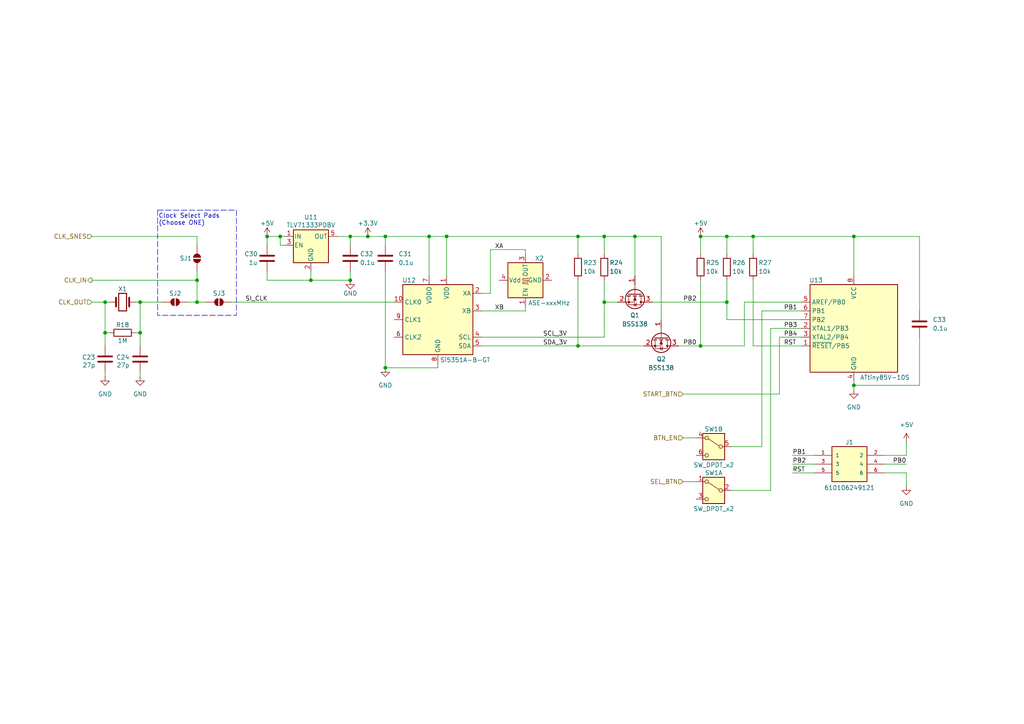
<source format=kicad_sch>
(kicad_sch
	(version 20231120)
	(generator "eeschema")
	(generator_version "8.0")
	(uuid "ea45f732-89c2-418c-812b-d04022458be6")
	(paper "A4")
	(title_block
		(title "SGB-MBC5-01")
		(date "2024-04-03")
		(rev "1.0")
		(company "https://github.com/MouseBiteLabs")
		(comment 1 "Adapted from: https://github.com/gekkio/gb-schematics")
	)
	(lib_symbols
		(symbol "610106249121:610106249121"
			(pin_names
				(offset 1.016)
			)
			(exclude_from_sim no)
			(in_bom yes)
			(on_board yes)
			(property "Reference" "J"
				(at -5.08 6.096 0)
				(effects
					(font
						(size 1.27 1.27)
					)
					(justify left bottom)
				)
			)
			(property "Value" "610106249121"
				(at 0 0 0)
				(effects
					(font
						(size 1.27 1.27)
					)
					(justify bottom)
				)
			)
			(property "Footprint" "610106249121:RA-SMT-HDR-2X3"
				(at 0 0 0)
				(effects
					(font
						(size 1.27 1.27)
					)
					(justify bottom)
					(hide yes)
				)
			)
			(property "Datasheet" ""
				(at 0 0 0)
				(effects
					(font
						(size 1.27 1.27)
					)
					(hide yes)
				)
			)
			(property "Description" ""
				(at 0 0 0)
				(effects
					(font
						(size 1.27 1.27)
					)
					(hide yes)
				)
			)
			(property "MF" "Wurth Electronics"
				(at 0 0 0)
				(effects
					(font
						(size 1.27 1.27)
					)
					(justify bottom)
					(hide yes)
				)
			)
			(property "Description_1" "6 pins, dual pin, SMT horizontal, gold plating"
				(at 0 0 0)
				(effects
					(font
						(size 1.27 1.27)
					)
					(justify bottom)
					(hide yes)
				)
			)
			(property "Package" "None"
				(at 0 0 0)
				(effects
					(font
						(size 1.27 1.27)
					)
					(justify bottom)
					(hide yes)
				)
			)
			(property "Price" "None"
				(at 0 0 0)
				(effects
					(font
						(size 1.27 1.27)
					)
					(justify bottom)
					(hide yes)
				)
			)
			(property "SnapEDA_Link" "https://www.snapeda.com/parts/610106249121/Wurth+Electronics+Inc./view-part/?ref=snap"
				(at 0 0 0)
				(effects
					(font
						(size 1.27 1.27)
					)
					(justify bottom)
					(hide yes)
				)
			)
			(property "MP" "610106249121"
				(at 0 0 0)
				(effects
					(font
						(size 1.27 1.27)
					)
					(justify bottom)
					(hide yes)
				)
			)
			(property "Availability" "In Stock"
				(at 0 0 0)
				(effects
					(font
						(size 1.27 1.27)
					)
					(justify bottom)
					(hide yes)
				)
			)
			(property "Check_prices" "https://www.snapeda.com/parts/610106249121/Wurth+Electronics+Inc./view-part/?ref=eda"
				(at 0 0 0)
				(effects
					(font
						(size 1.27 1.27)
					)
					(justify bottom)
					(hide yes)
				)
			)
			(symbol "610106249121_0_0"
				(rectangle
					(start -5.08 -5.08)
					(end 5.08 5.08)
					(stroke
						(width 0.254)
						(type default)
					)
					(fill
						(type background)
					)
				)
				(pin bidirectional line
					(at -10.16 2.54 0)
					(length 5.08)
					(name "1"
						(effects
							(font
								(size 1.016 1.016)
							)
						)
					)
					(number "1"
						(effects
							(font
								(size 1.016 1.016)
							)
						)
					)
				)
				(pin bidirectional line
					(at 10.16 2.54 180)
					(length 5.08)
					(name "2"
						(effects
							(font
								(size 1.016 1.016)
							)
						)
					)
					(number "2"
						(effects
							(font
								(size 1.016 1.016)
							)
						)
					)
				)
				(pin bidirectional line
					(at -10.16 0 0)
					(length 5.08)
					(name "3"
						(effects
							(font
								(size 1.016 1.016)
							)
						)
					)
					(number "3"
						(effects
							(font
								(size 1.016 1.016)
							)
						)
					)
				)
				(pin bidirectional line
					(at 10.16 0 180)
					(length 5.08)
					(name "4"
						(effects
							(font
								(size 1.016 1.016)
							)
						)
					)
					(number "4"
						(effects
							(font
								(size 1.016 1.016)
							)
						)
					)
				)
				(pin bidirectional line
					(at -10.16 -2.54 0)
					(length 5.08)
					(name "5"
						(effects
							(font
								(size 1.016 1.016)
							)
						)
					)
					(number "5"
						(effects
							(font
								(size 1.016 1.016)
							)
						)
					)
				)
				(pin bidirectional line
					(at 10.16 -2.54 180)
					(length 5.08)
					(name "6"
						(effects
							(font
								(size 1.016 1.016)
							)
						)
					)
					(number "6"
						(effects
							(font
								(size 1.016 1.016)
							)
						)
					)
				)
			)
		)
		(symbol "Device:C"
			(pin_numbers hide)
			(pin_names
				(offset 0.254)
			)
			(exclude_from_sim no)
			(in_bom yes)
			(on_board yes)
			(property "Reference" "C"
				(at 0.635 2.54 0)
				(effects
					(font
						(size 1.27 1.27)
					)
					(justify left)
				)
			)
			(property "Value" "C"
				(at 0.635 -2.54 0)
				(effects
					(font
						(size 1.27 1.27)
					)
					(justify left)
				)
			)
			(property "Footprint" ""
				(at 0.9652 -3.81 0)
				(effects
					(font
						(size 1.27 1.27)
					)
					(hide yes)
				)
			)
			(property "Datasheet" "~"
				(at 0 0 0)
				(effects
					(font
						(size 1.27 1.27)
					)
					(hide yes)
				)
			)
			(property "Description" "Unpolarized capacitor"
				(at 0 0 0)
				(effects
					(font
						(size 1.27 1.27)
					)
					(hide yes)
				)
			)
			(property "ki_keywords" "cap capacitor"
				(at 0 0 0)
				(effects
					(font
						(size 1.27 1.27)
					)
					(hide yes)
				)
			)
			(property "ki_fp_filters" "C_*"
				(at 0 0 0)
				(effects
					(font
						(size 1.27 1.27)
					)
					(hide yes)
				)
			)
			(symbol "C_0_1"
				(polyline
					(pts
						(xy -2.032 -0.762) (xy 2.032 -0.762)
					)
					(stroke
						(width 0.508)
						(type default)
					)
					(fill
						(type none)
					)
				)
				(polyline
					(pts
						(xy -2.032 0.762) (xy 2.032 0.762)
					)
					(stroke
						(width 0.508)
						(type default)
					)
					(fill
						(type none)
					)
				)
			)
			(symbol "C_1_1"
				(pin passive line
					(at 0 3.81 270)
					(length 2.794)
					(name "~"
						(effects
							(font
								(size 1.27 1.27)
							)
						)
					)
					(number "1"
						(effects
							(font
								(size 1.27 1.27)
							)
						)
					)
				)
				(pin passive line
					(at 0 -3.81 90)
					(length 2.794)
					(name "~"
						(effects
							(font
								(size 1.27 1.27)
							)
						)
					)
					(number "2"
						(effects
							(font
								(size 1.27 1.27)
							)
						)
					)
				)
			)
		)
		(symbol "Device:Crystal"
			(pin_numbers hide)
			(pin_names
				(offset 1.016) hide)
			(exclude_from_sim no)
			(in_bom yes)
			(on_board yes)
			(property "Reference" "Y"
				(at 0 3.81 0)
				(effects
					(font
						(size 1.27 1.27)
					)
				)
			)
			(property "Value" "Crystal"
				(at 0 -3.81 0)
				(effects
					(font
						(size 1.27 1.27)
					)
				)
			)
			(property "Footprint" ""
				(at 0 0 0)
				(effects
					(font
						(size 1.27 1.27)
					)
					(hide yes)
				)
			)
			(property "Datasheet" "~"
				(at 0 0 0)
				(effects
					(font
						(size 1.27 1.27)
					)
					(hide yes)
				)
			)
			(property "Description" "Two pin crystal"
				(at 0 0 0)
				(effects
					(font
						(size 1.27 1.27)
					)
					(hide yes)
				)
			)
			(property "ki_keywords" "quartz ceramic resonator oscillator"
				(at 0 0 0)
				(effects
					(font
						(size 1.27 1.27)
					)
					(hide yes)
				)
			)
			(property "ki_fp_filters" "Crystal*"
				(at 0 0 0)
				(effects
					(font
						(size 1.27 1.27)
					)
					(hide yes)
				)
			)
			(symbol "Crystal_0_1"
				(rectangle
					(start -1.143 2.54)
					(end 1.143 -2.54)
					(stroke
						(width 0.3048)
						(type default)
					)
					(fill
						(type none)
					)
				)
				(polyline
					(pts
						(xy -2.54 0) (xy -1.905 0)
					)
					(stroke
						(width 0)
						(type default)
					)
					(fill
						(type none)
					)
				)
				(polyline
					(pts
						(xy -1.905 -1.27) (xy -1.905 1.27)
					)
					(stroke
						(width 0.508)
						(type default)
					)
					(fill
						(type none)
					)
				)
				(polyline
					(pts
						(xy 1.905 -1.27) (xy 1.905 1.27)
					)
					(stroke
						(width 0.508)
						(type default)
					)
					(fill
						(type none)
					)
				)
				(polyline
					(pts
						(xy 2.54 0) (xy 1.905 0)
					)
					(stroke
						(width 0)
						(type default)
					)
					(fill
						(type none)
					)
				)
			)
			(symbol "Crystal_1_1"
				(pin passive line
					(at -3.81 0 0)
					(length 1.27)
					(name "1"
						(effects
							(font
								(size 1.27 1.27)
							)
						)
					)
					(number "1"
						(effects
							(font
								(size 1.27 1.27)
							)
						)
					)
				)
				(pin passive line
					(at 3.81 0 180)
					(length 1.27)
					(name "2"
						(effects
							(font
								(size 1.27 1.27)
							)
						)
					)
					(number "2"
						(effects
							(font
								(size 1.27 1.27)
							)
						)
					)
				)
			)
		)
		(symbol "Device:R"
			(pin_numbers hide)
			(pin_names
				(offset 0)
			)
			(exclude_from_sim no)
			(in_bom yes)
			(on_board yes)
			(property "Reference" "R"
				(at 2.032 0 90)
				(effects
					(font
						(size 1.27 1.27)
					)
				)
			)
			(property "Value" "R"
				(at 0 0 90)
				(effects
					(font
						(size 1.27 1.27)
					)
				)
			)
			(property "Footprint" ""
				(at -1.778 0 90)
				(effects
					(font
						(size 1.27 1.27)
					)
					(hide yes)
				)
			)
			(property "Datasheet" "~"
				(at 0 0 0)
				(effects
					(font
						(size 1.27 1.27)
					)
					(hide yes)
				)
			)
			(property "Description" "Resistor"
				(at 0 0 0)
				(effects
					(font
						(size 1.27 1.27)
					)
					(hide yes)
				)
			)
			(property "ki_keywords" "R res resistor"
				(at 0 0 0)
				(effects
					(font
						(size 1.27 1.27)
					)
					(hide yes)
				)
			)
			(property "ki_fp_filters" "R_*"
				(at 0 0 0)
				(effects
					(font
						(size 1.27 1.27)
					)
					(hide yes)
				)
			)
			(symbol "R_0_1"
				(rectangle
					(start -1.016 -2.54)
					(end 1.016 2.54)
					(stroke
						(width 0.254)
						(type default)
					)
					(fill
						(type none)
					)
				)
			)
			(symbol "R_1_1"
				(pin passive line
					(at 0 3.81 270)
					(length 1.27)
					(name "~"
						(effects
							(font
								(size 1.27 1.27)
							)
						)
					)
					(number "1"
						(effects
							(font
								(size 1.27 1.27)
							)
						)
					)
				)
				(pin passive line
					(at 0 -3.81 90)
					(length 1.27)
					(name "~"
						(effects
							(font
								(size 1.27 1.27)
							)
						)
					)
					(number "2"
						(effects
							(font
								(size 1.27 1.27)
							)
						)
					)
				)
			)
		)
		(symbol "Jumper:SolderJumper_2_Open"
			(pin_numbers hide)
			(pin_names
				(offset 0) hide)
			(exclude_from_sim yes)
			(in_bom no)
			(on_board yes)
			(property "Reference" "JP"
				(at 0 2.032 0)
				(effects
					(font
						(size 1.27 1.27)
					)
				)
			)
			(property "Value" "SolderJumper_2_Open"
				(at 0 -2.54 0)
				(effects
					(font
						(size 1.27 1.27)
					)
				)
			)
			(property "Footprint" ""
				(at 0 0 0)
				(effects
					(font
						(size 1.27 1.27)
					)
					(hide yes)
				)
			)
			(property "Datasheet" "~"
				(at 0 0 0)
				(effects
					(font
						(size 1.27 1.27)
					)
					(hide yes)
				)
			)
			(property "Description" "Solder Jumper, 2-pole, open"
				(at 0 0 0)
				(effects
					(font
						(size 1.27 1.27)
					)
					(hide yes)
				)
			)
			(property "ki_keywords" "solder jumper SPST"
				(at 0 0 0)
				(effects
					(font
						(size 1.27 1.27)
					)
					(hide yes)
				)
			)
			(property "ki_fp_filters" "SolderJumper*Open*"
				(at 0 0 0)
				(effects
					(font
						(size 1.27 1.27)
					)
					(hide yes)
				)
			)
			(symbol "SolderJumper_2_Open_0_1"
				(arc
					(start -0.254 1.016)
					(mid -1.2656 0)
					(end -0.254 -1.016)
					(stroke
						(width 0)
						(type default)
					)
					(fill
						(type none)
					)
				)
				(arc
					(start -0.254 1.016)
					(mid -1.2656 0)
					(end -0.254 -1.016)
					(stroke
						(width 0)
						(type default)
					)
					(fill
						(type outline)
					)
				)
				(polyline
					(pts
						(xy -0.254 1.016) (xy -0.254 -1.016)
					)
					(stroke
						(width 0)
						(type default)
					)
					(fill
						(type none)
					)
				)
				(polyline
					(pts
						(xy 0.254 1.016) (xy 0.254 -1.016)
					)
					(stroke
						(width 0)
						(type default)
					)
					(fill
						(type none)
					)
				)
				(arc
					(start 0.254 -1.016)
					(mid 1.2656 0)
					(end 0.254 1.016)
					(stroke
						(width 0)
						(type default)
					)
					(fill
						(type none)
					)
				)
				(arc
					(start 0.254 -1.016)
					(mid 1.2656 0)
					(end 0.254 1.016)
					(stroke
						(width 0)
						(type default)
					)
					(fill
						(type outline)
					)
				)
			)
			(symbol "SolderJumper_2_Open_1_1"
				(pin passive line
					(at -3.81 0 0)
					(length 2.54)
					(name "A"
						(effects
							(font
								(size 1.27 1.27)
							)
						)
					)
					(number "1"
						(effects
							(font
								(size 1.27 1.27)
							)
						)
					)
				)
				(pin passive line
					(at 3.81 0 180)
					(length 2.54)
					(name "B"
						(effects
							(font
								(size 1.27 1.27)
							)
						)
					)
					(number "2"
						(effects
							(font
								(size 1.27 1.27)
							)
						)
					)
				)
			)
		)
		(symbol "MCU_Microchip_ATtiny:ATtiny85V-10S"
			(exclude_from_sim no)
			(in_bom yes)
			(on_board yes)
			(property "Reference" "U"
				(at -12.7 13.97 0)
				(effects
					(font
						(size 1.27 1.27)
					)
					(justify left bottom)
				)
			)
			(property "Value" "ATtiny85V-10S"
				(at 2.54 -13.97 0)
				(effects
					(font
						(size 1.27 1.27)
					)
					(justify left top)
				)
			)
			(property "Footprint" "Package_SO:SOIC-8W_5.3x5.3mm_P1.27mm"
				(at 0 0 0)
				(effects
					(font
						(size 1.27 1.27)
						(italic yes)
					)
					(hide yes)
				)
			)
			(property "Datasheet" "http://ww1.microchip.com/downloads/en/DeviceDoc/atmel-2586-avr-8-bit-microcontroller-attiny25-attiny45-attiny85_datasheet.pdf"
				(at 0 0 0)
				(effects
					(font
						(size 1.27 1.27)
					)
					(hide yes)
				)
			)
			(property "Description" "10MHz, 8kB Flash, 512B SRAM, 512B EEPROM, debugWIRE, SOIC-8W"
				(at 0 0 0)
				(effects
					(font
						(size 1.27 1.27)
					)
					(hide yes)
				)
			)
			(property "ki_keywords" "AVR 8bit Microcontroller tinyAVR"
				(at 0 0 0)
				(effects
					(font
						(size 1.27 1.27)
					)
					(hide yes)
				)
			)
			(property "ki_fp_filters" "SOIC*5.3x5.3mm*P1.27mm*"
				(at 0 0 0)
				(effects
					(font
						(size 1.27 1.27)
					)
					(hide yes)
				)
			)
			(symbol "ATtiny85V-10S_0_1"
				(rectangle
					(start -12.7 -12.7)
					(end 12.7 12.7)
					(stroke
						(width 0.254)
						(type default)
					)
					(fill
						(type background)
					)
				)
			)
			(symbol "ATtiny85V-10S_1_1"
				(pin bidirectional line
					(at 15.24 -5.08 180)
					(length 2.54)
					(name "~{RESET}/PB5"
						(effects
							(font
								(size 1.27 1.27)
							)
						)
					)
					(number "1"
						(effects
							(font
								(size 1.27 1.27)
							)
						)
					)
				)
				(pin bidirectional line
					(at 15.24 0 180)
					(length 2.54)
					(name "XTAL1/PB3"
						(effects
							(font
								(size 1.27 1.27)
							)
						)
					)
					(number "2"
						(effects
							(font
								(size 1.27 1.27)
							)
						)
					)
				)
				(pin bidirectional line
					(at 15.24 -2.54 180)
					(length 2.54)
					(name "XTAL2/PB4"
						(effects
							(font
								(size 1.27 1.27)
							)
						)
					)
					(number "3"
						(effects
							(font
								(size 1.27 1.27)
							)
						)
					)
				)
				(pin power_in line
					(at 0 -15.24 90)
					(length 2.54)
					(name "GND"
						(effects
							(font
								(size 1.27 1.27)
							)
						)
					)
					(number "4"
						(effects
							(font
								(size 1.27 1.27)
							)
						)
					)
				)
				(pin bidirectional line
					(at 15.24 7.62 180)
					(length 2.54)
					(name "AREF/PB0"
						(effects
							(font
								(size 1.27 1.27)
							)
						)
					)
					(number "5"
						(effects
							(font
								(size 1.27 1.27)
							)
						)
					)
				)
				(pin bidirectional line
					(at 15.24 5.08 180)
					(length 2.54)
					(name "PB1"
						(effects
							(font
								(size 1.27 1.27)
							)
						)
					)
					(number "6"
						(effects
							(font
								(size 1.27 1.27)
							)
						)
					)
				)
				(pin bidirectional line
					(at 15.24 2.54 180)
					(length 2.54)
					(name "PB2"
						(effects
							(font
								(size 1.27 1.27)
							)
						)
					)
					(number "7"
						(effects
							(font
								(size 1.27 1.27)
							)
						)
					)
				)
				(pin power_in line
					(at 0 15.24 270)
					(length 2.54)
					(name "VCC"
						(effects
							(font
								(size 1.27 1.27)
							)
						)
					)
					(number "8"
						(effects
							(font
								(size 1.27 1.27)
							)
						)
					)
				)
			)
		)
		(symbol "Oscillator:ASE-xxxMHz"
			(pin_names
				(offset 0.254)
			)
			(exclude_from_sim no)
			(in_bom yes)
			(on_board yes)
			(property "Reference" "X"
				(at -5.08 6.35 0)
				(effects
					(font
						(size 1.27 1.27)
					)
					(justify left)
				)
			)
			(property "Value" "ASE-xxxMHz"
				(at 1.27 -6.35 0)
				(effects
					(font
						(size 1.27 1.27)
					)
					(justify left)
				)
			)
			(property "Footprint" "Oscillator:Oscillator_SMD_Abracon_ASE-4Pin_3.2x2.5mm"
				(at 17.78 -8.89 0)
				(effects
					(font
						(size 1.27 1.27)
					)
					(hide yes)
				)
			)
			(property "Datasheet" "http://www.abracon.com/Oscillators/ASV.pdf"
				(at -2.54 0 0)
				(effects
					(font
						(size 1.27 1.27)
					)
					(hide yes)
				)
			)
			(property "Description" "3.3V CMOS SMD Crystal Clock Oscillator, Abracon"
				(at 0 0 0)
				(effects
					(font
						(size 1.27 1.27)
					)
					(hide yes)
				)
			)
			(property "ki_keywords" "3.3V CMOS SMD Crystal Clock Oscillator"
				(at 0 0 0)
				(effects
					(font
						(size 1.27 1.27)
					)
					(hide yes)
				)
			)
			(property "ki_fp_filters" "Oscillator*SMD*Abracon*ASE*3.2x2.5mm*"
				(at 0 0 0)
				(effects
					(font
						(size 1.27 1.27)
					)
					(hide yes)
				)
			)
			(symbol "ASE-xxxMHz_0_1"
				(rectangle
					(start -5.08 5.08)
					(end 5.08 -5.08)
					(stroke
						(width 0.254)
						(type default)
					)
					(fill
						(type background)
					)
				)
				(polyline
					(pts
						(xy -1.27 -0.762) (xy -1.016 -0.762) (xy -1.016 0.762) (xy -0.508 0.762) (xy -0.508 -0.762) (xy 0 -0.762)
						(xy 0 0.762) (xy 0.508 0.762) (xy 0.508 -0.762) (xy 0.762 -0.762)
					)
					(stroke
						(width 0)
						(type default)
					)
					(fill
						(type none)
					)
				)
			)
			(symbol "ASE-xxxMHz_1_1"
				(pin input line
					(at -7.62 0 0)
					(length 2.54)
					(name "EN"
						(effects
							(font
								(size 1.27 1.27)
							)
						)
					)
					(number "1"
						(effects
							(font
								(size 1.27 1.27)
							)
						)
					)
				)
				(pin power_in line
					(at 0 -7.62 90)
					(length 2.54)
					(name "GND"
						(effects
							(font
								(size 1.27 1.27)
							)
						)
					)
					(number "2"
						(effects
							(font
								(size 1.27 1.27)
							)
						)
					)
				)
				(pin output line
					(at 7.62 0 180)
					(length 2.54)
					(name "OUT"
						(effects
							(font
								(size 1.27 1.27)
							)
						)
					)
					(number "3"
						(effects
							(font
								(size 1.27 1.27)
							)
						)
					)
				)
				(pin power_in line
					(at 0 7.62 270)
					(length 2.54)
					(name "Vdd"
						(effects
							(font
								(size 1.27 1.27)
							)
						)
					)
					(number "4"
						(effects
							(font
								(size 1.27 1.27)
							)
						)
					)
				)
			)
		)
		(symbol "Oscillator:Si5351A-B-GT"
			(exclude_from_sim no)
			(in_bom yes)
			(on_board yes)
			(property "Reference" "U"
				(at -8.89 11.43 0)
				(effects
					(font
						(size 1.27 1.27)
					)
				)
			)
			(property "Value" "Si5351A-B-GT"
				(at -12.7 -12.7 0)
				(effects
					(font
						(size 1.27 1.27)
					)
				)
			)
			(property "Footprint" "Package_SO:MSOP-10_3x3mm_P0.5mm"
				(at 0 -20.32 0)
				(effects
					(font
						(size 1.27 1.27)
					)
					(hide yes)
				)
			)
			(property "Datasheet" "https://www.silabs.com/documents/public/data-sheets/Si5351-B.pdf"
				(at -8.89 -2.54 0)
				(effects
					(font
						(size 1.27 1.27)
					)
					(hide yes)
				)
			)
			(property "Description" "I2C Programmable Any-Frequency CMOS Clock Generator, MSOP-8"
				(at 0 0 0)
				(effects
					(font
						(size 1.27 1.27)
					)
					(hide yes)
				)
			)
			(property "ki_keywords" "CMOS Synth Oscillator I2C"
				(at 0 0 0)
				(effects
					(font
						(size 1.27 1.27)
					)
					(hide yes)
				)
			)
			(property "ki_fp_filters" "MSOP*3x3mm*P0.5mm*"
				(at 0 0 0)
				(effects
					(font
						(size 1.27 1.27)
					)
					(hide yes)
				)
			)
			(symbol "Si5351A-B-GT_0_1"
				(rectangle
					(start -10.16 10.16)
					(end 10.16 -10.16)
					(stroke
						(width 0.254)
						(type default)
					)
					(fill
						(type background)
					)
				)
			)
			(symbol "Si5351A-B-GT_1_1"
				(pin power_in line
					(at -2.54 12.7 270)
					(length 2.54)
					(name "VDD"
						(effects
							(font
								(size 1.27 1.27)
							)
						)
					)
					(number "1"
						(effects
							(font
								(size 1.27 1.27)
							)
						)
					)
				)
				(pin output line
					(at 12.7 5.08 180)
					(length 2.54)
					(name "CLK0"
						(effects
							(font
								(size 1.27 1.27)
							)
						)
					)
					(number "10"
						(effects
							(font
								(size 1.27 1.27)
							)
						)
					)
				)
				(pin input line
					(at -12.7 7.62 0)
					(length 2.54)
					(name "XA"
						(effects
							(font
								(size 1.27 1.27)
							)
						)
					)
					(number "2"
						(effects
							(font
								(size 1.27 1.27)
							)
						)
					)
				)
				(pin input line
					(at -12.7 2.54 0)
					(length 2.54)
					(name "XB"
						(effects
							(font
								(size 1.27 1.27)
							)
						)
					)
					(number "3"
						(effects
							(font
								(size 1.27 1.27)
							)
						)
					)
				)
				(pin input line
					(at -12.7 -5.08 0)
					(length 2.54)
					(name "SCL"
						(effects
							(font
								(size 1.27 1.27)
							)
						)
					)
					(number "4"
						(effects
							(font
								(size 1.27 1.27)
							)
						)
					)
				)
				(pin bidirectional line
					(at -12.7 -7.62 0)
					(length 2.54)
					(name "SDA"
						(effects
							(font
								(size 1.27 1.27)
							)
						)
					)
					(number "5"
						(effects
							(font
								(size 1.27 1.27)
							)
						)
					)
				)
				(pin output line
					(at 12.7 -5.08 180)
					(length 2.54)
					(name "CLK2"
						(effects
							(font
								(size 1.27 1.27)
							)
						)
					)
					(number "6"
						(effects
							(font
								(size 1.27 1.27)
							)
						)
					)
				)
				(pin power_in line
					(at 2.54 12.7 270)
					(length 2.54)
					(name "VDDO"
						(effects
							(font
								(size 1.27 1.27)
							)
						)
					)
					(number "7"
						(effects
							(font
								(size 1.27 1.27)
							)
						)
					)
				)
				(pin power_in line
					(at 0 -12.7 90)
					(length 2.54)
					(name "GND"
						(effects
							(font
								(size 1.27 1.27)
							)
						)
					)
					(number "8"
						(effects
							(font
								(size 1.27 1.27)
							)
						)
					)
				)
				(pin output line
					(at 12.7 0 180)
					(length 2.54)
					(name "CLK1"
						(effects
							(font
								(size 1.27 1.27)
							)
						)
					)
					(number "9"
						(effects
							(font
								(size 1.27 1.27)
							)
						)
					)
				)
			)
		)
		(symbol "Regulator_Linear:TLV71333PDBV"
			(pin_names
				(offset 0.254)
			)
			(exclude_from_sim no)
			(in_bom yes)
			(on_board yes)
			(property "Reference" "U"
				(at -3.81 5.715 0)
				(effects
					(font
						(size 1.27 1.27)
					)
				)
			)
			(property "Value" "TLV71333PDBV"
				(at 0 5.715 0)
				(effects
					(font
						(size 1.27 1.27)
					)
					(justify left)
				)
			)
			(property "Footprint" "Package_TO_SOT_SMD:SOT-23-5"
				(at 0 8.255 0)
				(effects
					(font
						(size 1.27 1.27)
						(italic yes)
					)
					(hide yes)
				)
			)
			(property "Datasheet" "http://www.ti.com/lit/ds/symlink/tlv713p.pdf"
				(at 0 1.27 0)
				(effects
					(font
						(size 1.27 1.27)
					)
					(hide yes)
				)
			)
			(property "Description" "150mA Low Dropout Voltage Regulator, Fixed Output 3.3V, SOT-23-5"
				(at 0 0 0)
				(effects
					(font
						(size 1.27 1.27)
					)
					(hide yes)
				)
			)
			(property "ki_keywords" "LDO Regulator Fixed Positive"
				(at 0 0 0)
				(effects
					(font
						(size 1.27 1.27)
					)
					(hide yes)
				)
			)
			(property "ki_fp_filters" "SOT?23*"
				(at 0 0 0)
				(effects
					(font
						(size 1.27 1.27)
					)
					(hide yes)
				)
			)
			(symbol "TLV71333PDBV_0_1"
				(rectangle
					(start -5.08 4.445)
					(end 5.08 -5.08)
					(stroke
						(width 0.254)
						(type default)
					)
					(fill
						(type background)
					)
				)
			)
			(symbol "TLV71333PDBV_1_1"
				(pin power_in line
					(at -7.62 2.54 0)
					(length 2.54)
					(name "IN"
						(effects
							(font
								(size 1.27 1.27)
							)
						)
					)
					(number "1"
						(effects
							(font
								(size 1.27 1.27)
							)
						)
					)
				)
				(pin power_in line
					(at 0 -7.62 90)
					(length 2.54)
					(name "GND"
						(effects
							(font
								(size 1.27 1.27)
							)
						)
					)
					(number "2"
						(effects
							(font
								(size 1.27 1.27)
							)
						)
					)
				)
				(pin input line
					(at -7.62 0 0)
					(length 2.54)
					(name "EN"
						(effects
							(font
								(size 1.27 1.27)
							)
						)
					)
					(number "3"
						(effects
							(font
								(size 1.27 1.27)
							)
						)
					)
				)
				(pin no_connect line
					(at 5.08 0 180)
					(length 2.54) hide
					(name "NC"
						(effects
							(font
								(size 1.27 1.27)
							)
						)
					)
					(number "4"
						(effects
							(font
								(size 1.27 1.27)
							)
						)
					)
				)
				(pin power_out line
					(at 7.62 2.54 180)
					(length 2.54)
					(name "OUT"
						(effects
							(font
								(size 1.27 1.27)
							)
						)
					)
					(number "5"
						(effects
							(font
								(size 1.27 1.27)
							)
						)
					)
				)
			)
		)
		(symbol "Switch:SW_DPDT_x2"
			(pin_names
				(offset 0) hide)
			(exclude_from_sim no)
			(in_bom yes)
			(on_board yes)
			(property "Reference" "SW"
				(at 0 5.08 0)
				(effects
					(font
						(size 1.27 1.27)
					)
				)
			)
			(property "Value" "SW_DPDT_x2"
				(at 0 -5.08 0)
				(effects
					(font
						(size 1.27 1.27)
					)
				)
			)
			(property "Footprint" ""
				(at 0 0 0)
				(effects
					(font
						(size 1.27 1.27)
					)
					(hide yes)
				)
			)
			(property "Datasheet" "~"
				(at 0 0 0)
				(effects
					(font
						(size 1.27 1.27)
					)
					(hide yes)
				)
			)
			(property "Description" "Switch, dual pole double throw, separate symbols"
				(at 0 0 0)
				(effects
					(font
						(size 1.27 1.27)
					)
					(hide yes)
				)
			)
			(property "ki_keywords" "switch dual-pole double-throw DPDT spdt ON-ON"
				(at 0 0 0)
				(effects
					(font
						(size 1.27 1.27)
					)
					(hide yes)
				)
			)
			(property "ki_fp_filters" "SW*DPDT*"
				(at 0 0 0)
				(effects
					(font
						(size 1.27 1.27)
					)
					(hide yes)
				)
			)
			(symbol "SW_DPDT_x2_0_0"
				(circle
					(center -2.032 0)
					(radius 0.508)
					(stroke
						(width 0)
						(type default)
					)
					(fill
						(type none)
					)
				)
				(circle
					(center 2.032 -2.54)
					(radius 0.508)
					(stroke
						(width 0)
						(type default)
					)
					(fill
						(type none)
					)
				)
			)
			(symbol "SW_DPDT_x2_0_1"
				(rectangle
					(start -3.175 3.81)
					(end 3.175 -3.81)
					(stroke
						(width 0.254)
						(type default)
					)
					(fill
						(type background)
					)
				)
				(polyline
					(pts
						(xy -1.524 0.254) (xy 1.5748 2.286)
					)
					(stroke
						(width 0)
						(type default)
					)
					(fill
						(type none)
					)
				)
				(circle
					(center 2.032 2.54)
					(radius 0.508)
					(stroke
						(width 0)
						(type default)
					)
					(fill
						(type none)
					)
				)
			)
			(symbol "SW_DPDT_x2_1_1"
				(pin passive line
					(at 5.08 2.54 180)
					(length 2.54)
					(name "A"
						(effects
							(font
								(size 1.27 1.27)
							)
						)
					)
					(number "1"
						(effects
							(font
								(size 1.27 1.27)
							)
						)
					)
				)
				(pin passive line
					(at -5.08 0 0)
					(length 2.54)
					(name "B"
						(effects
							(font
								(size 1.27 1.27)
							)
						)
					)
					(number "2"
						(effects
							(font
								(size 1.27 1.27)
							)
						)
					)
				)
				(pin passive line
					(at 5.08 -2.54 180)
					(length 2.54)
					(name "C"
						(effects
							(font
								(size 1.27 1.27)
							)
						)
					)
					(number "3"
						(effects
							(font
								(size 1.27 1.27)
							)
						)
					)
				)
			)
			(symbol "SW_DPDT_x2_2_1"
				(pin passive line
					(at 5.08 2.54 180)
					(length 2.54)
					(name "A"
						(effects
							(font
								(size 1.27 1.27)
							)
						)
					)
					(number "4"
						(effects
							(font
								(size 1.27 1.27)
							)
						)
					)
				)
				(pin passive line
					(at -5.08 0 0)
					(length 2.54)
					(name "B"
						(effects
							(font
								(size 1.27 1.27)
							)
						)
					)
					(number "5"
						(effects
							(font
								(size 1.27 1.27)
							)
						)
					)
				)
				(pin passive line
					(at 5.08 -2.54 180)
					(length 2.54)
					(name "C"
						(effects
							(font
								(size 1.27 1.27)
							)
						)
					)
					(number "6"
						(effects
							(font
								(size 1.27 1.27)
							)
						)
					)
				)
			)
		)
		(symbol "Transistor_FET:BSS138"
			(pin_names hide)
			(exclude_from_sim no)
			(in_bom yes)
			(on_board yes)
			(property "Reference" "Q"
				(at 5.08 1.905 0)
				(effects
					(font
						(size 1.27 1.27)
					)
					(justify left)
				)
			)
			(property "Value" "BSS138"
				(at 5.08 0 0)
				(effects
					(font
						(size 1.27 1.27)
					)
					(justify left)
				)
			)
			(property "Footprint" "Package_TO_SOT_SMD:SOT-23"
				(at 5.08 -1.905 0)
				(effects
					(font
						(size 1.27 1.27)
						(italic yes)
					)
					(justify left)
					(hide yes)
				)
			)
			(property "Datasheet" "https://www.onsemi.com/pub/Collateral/BSS138-D.PDF"
				(at 5.08 -3.81 0)
				(effects
					(font
						(size 1.27 1.27)
					)
					(justify left)
					(hide yes)
				)
			)
			(property "Description" "50V Vds, 0.22A Id, N-Channel MOSFET, SOT-23"
				(at 0 0 0)
				(effects
					(font
						(size 1.27 1.27)
					)
					(hide yes)
				)
			)
			(property "ki_keywords" "N-Channel MOSFET"
				(at 0 0 0)
				(effects
					(font
						(size 1.27 1.27)
					)
					(hide yes)
				)
			)
			(property "ki_fp_filters" "SOT?23*"
				(at 0 0 0)
				(effects
					(font
						(size 1.27 1.27)
					)
					(hide yes)
				)
			)
			(symbol "BSS138_0_1"
				(polyline
					(pts
						(xy 0.254 0) (xy -2.54 0)
					)
					(stroke
						(width 0)
						(type default)
					)
					(fill
						(type none)
					)
				)
				(polyline
					(pts
						(xy 0.254 1.905) (xy 0.254 -1.905)
					)
					(stroke
						(width 0.254)
						(type default)
					)
					(fill
						(type none)
					)
				)
				(polyline
					(pts
						(xy 0.762 -1.27) (xy 0.762 -2.286)
					)
					(stroke
						(width 0.254)
						(type default)
					)
					(fill
						(type none)
					)
				)
				(polyline
					(pts
						(xy 0.762 0.508) (xy 0.762 -0.508)
					)
					(stroke
						(width 0.254)
						(type default)
					)
					(fill
						(type none)
					)
				)
				(polyline
					(pts
						(xy 0.762 2.286) (xy 0.762 1.27)
					)
					(stroke
						(width 0.254)
						(type default)
					)
					(fill
						(type none)
					)
				)
				(polyline
					(pts
						(xy 2.54 2.54) (xy 2.54 1.778)
					)
					(stroke
						(width 0)
						(type default)
					)
					(fill
						(type none)
					)
				)
				(polyline
					(pts
						(xy 2.54 -2.54) (xy 2.54 0) (xy 0.762 0)
					)
					(stroke
						(width 0)
						(type default)
					)
					(fill
						(type none)
					)
				)
				(polyline
					(pts
						(xy 0.762 -1.778) (xy 3.302 -1.778) (xy 3.302 1.778) (xy 0.762 1.778)
					)
					(stroke
						(width 0)
						(type default)
					)
					(fill
						(type none)
					)
				)
				(polyline
					(pts
						(xy 1.016 0) (xy 2.032 0.381) (xy 2.032 -0.381) (xy 1.016 0)
					)
					(stroke
						(width 0)
						(type default)
					)
					(fill
						(type outline)
					)
				)
				(polyline
					(pts
						(xy 2.794 0.508) (xy 2.921 0.381) (xy 3.683 0.381) (xy 3.81 0.254)
					)
					(stroke
						(width 0)
						(type default)
					)
					(fill
						(type none)
					)
				)
				(polyline
					(pts
						(xy 3.302 0.381) (xy 2.921 -0.254) (xy 3.683 -0.254) (xy 3.302 0.381)
					)
					(stroke
						(width 0)
						(type default)
					)
					(fill
						(type none)
					)
				)
				(circle
					(center 1.651 0)
					(radius 2.794)
					(stroke
						(width 0.254)
						(type default)
					)
					(fill
						(type none)
					)
				)
				(circle
					(center 2.54 -1.778)
					(radius 0.254)
					(stroke
						(width 0)
						(type default)
					)
					(fill
						(type outline)
					)
				)
				(circle
					(center 2.54 1.778)
					(radius 0.254)
					(stroke
						(width 0)
						(type default)
					)
					(fill
						(type outline)
					)
				)
			)
			(symbol "BSS138_1_1"
				(pin input line
					(at -5.08 0 0)
					(length 2.54)
					(name "G"
						(effects
							(font
								(size 1.27 1.27)
							)
						)
					)
					(number "1"
						(effects
							(font
								(size 1.27 1.27)
							)
						)
					)
				)
				(pin passive line
					(at 2.54 -5.08 90)
					(length 2.54)
					(name "S"
						(effects
							(font
								(size 1.27 1.27)
							)
						)
					)
					(number "2"
						(effects
							(font
								(size 1.27 1.27)
							)
						)
					)
				)
				(pin passive line
					(at 2.54 5.08 270)
					(length 2.54)
					(name "D"
						(effects
							(font
								(size 1.27 1.27)
							)
						)
					)
					(number "3"
						(effects
							(font
								(size 1.27 1.27)
							)
						)
					)
				)
			)
		)
		(symbol "power:+3.3V"
			(power)
			(pin_numbers hide)
			(pin_names
				(offset 0) hide)
			(exclude_from_sim no)
			(in_bom yes)
			(on_board yes)
			(property "Reference" "#PWR"
				(at 0 -3.81 0)
				(effects
					(font
						(size 1.27 1.27)
					)
					(hide yes)
				)
			)
			(property "Value" "+3.3V"
				(at 0 3.556 0)
				(effects
					(font
						(size 1.27 1.27)
					)
				)
			)
			(property "Footprint" ""
				(at 0 0 0)
				(effects
					(font
						(size 1.27 1.27)
					)
					(hide yes)
				)
			)
			(property "Datasheet" ""
				(at 0 0 0)
				(effects
					(font
						(size 1.27 1.27)
					)
					(hide yes)
				)
			)
			(property "Description" "Power symbol creates a global label with name \"+3.3V\""
				(at 0 0 0)
				(effects
					(font
						(size 1.27 1.27)
					)
					(hide yes)
				)
			)
			(property "ki_keywords" "global power"
				(at 0 0 0)
				(effects
					(font
						(size 1.27 1.27)
					)
					(hide yes)
				)
			)
			(symbol "+3.3V_0_1"
				(polyline
					(pts
						(xy -0.762 1.27) (xy 0 2.54)
					)
					(stroke
						(width 0)
						(type default)
					)
					(fill
						(type none)
					)
				)
				(polyline
					(pts
						(xy 0 0) (xy 0 2.54)
					)
					(stroke
						(width 0)
						(type default)
					)
					(fill
						(type none)
					)
				)
				(polyline
					(pts
						(xy 0 2.54) (xy 0.762 1.27)
					)
					(stroke
						(width 0)
						(type default)
					)
					(fill
						(type none)
					)
				)
			)
			(symbol "+3.3V_1_1"
				(pin power_in line
					(at 0 0 90)
					(length 0)
					(name "~"
						(effects
							(font
								(size 1.27 1.27)
							)
						)
					)
					(number "1"
						(effects
							(font
								(size 1.27 1.27)
							)
						)
					)
				)
			)
		)
		(symbol "power:+5V"
			(power)
			(pin_numbers hide)
			(pin_names
				(offset 0) hide)
			(exclude_from_sim no)
			(in_bom yes)
			(on_board yes)
			(property "Reference" "#PWR"
				(at 0 -3.81 0)
				(effects
					(font
						(size 1.27 1.27)
					)
					(hide yes)
				)
			)
			(property "Value" "+5V"
				(at 0 3.556 0)
				(effects
					(font
						(size 1.27 1.27)
					)
				)
			)
			(property "Footprint" ""
				(at 0 0 0)
				(effects
					(font
						(size 1.27 1.27)
					)
					(hide yes)
				)
			)
			(property "Datasheet" ""
				(at 0 0 0)
				(effects
					(font
						(size 1.27 1.27)
					)
					(hide yes)
				)
			)
			(property "Description" "Power symbol creates a global label with name \"+5V\""
				(at 0 0 0)
				(effects
					(font
						(size 1.27 1.27)
					)
					(hide yes)
				)
			)
			(property "ki_keywords" "global power"
				(at 0 0 0)
				(effects
					(font
						(size 1.27 1.27)
					)
					(hide yes)
				)
			)
			(symbol "+5V_0_1"
				(polyline
					(pts
						(xy -0.762 1.27) (xy 0 2.54)
					)
					(stroke
						(width 0)
						(type default)
					)
					(fill
						(type none)
					)
				)
				(polyline
					(pts
						(xy 0 0) (xy 0 2.54)
					)
					(stroke
						(width 0)
						(type default)
					)
					(fill
						(type none)
					)
				)
				(polyline
					(pts
						(xy 0 2.54) (xy 0.762 1.27)
					)
					(stroke
						(width 0)
						(type default)
					)
					(fill
						(type none)
					)
				)
			)
			(symbol "+5V_1_1"
				(pin power_in line
					(at 0 0 90)
					(length 0)
					(name "~"
						(effects
							(font
								(size 1.27 1.27)
							)
						)
					)
					(number "1"
						(effects
							(font
								(size 1.27 1.27)
							)
						)
					)
				)
			)
		)
		(symbol "power:GND"
			(power)
			(pin_names
				(offset 0)
			)
			(exclude_from_sim no)
			(in_bom yes)
			(on_board yes)
			(property "Reference" "#PWR"
				(at 0 -6.35 0)
				(effects
					(font
						(size 1.27 1.27)
					)
					(hide yes)
				)
			)
			(property "Value" "GND"
				(at 0 -3.81 0)
				(effects
					(font
						(size 1.27 1.27)
					)
				)
			)
			(property "Footprint" ""
				(at 0 0 0)
				(effects
					(font
						(size 1.27 1.27)
					)
					(hide yes)
				)
			)
			(property "Datasheet" ""
				(at 0 0 0)
				(effects
					(font
						(size 1.27 1.27)
					)
					(hide yes)
				)
			)
			(property "Description" "Power symbol creates a global label with name \"GND\" , ground"
				(at 0 0 0)
				(effects
					(font
						(size 1.27 1.27)
					)
					(hide yes)
				)
			)
			(property "ki_keywords" "global power"
				(at 0 0 0)
				(effects
					(font
						(size 1.27 1.27)
					)
					(hide yes)
				)
			)
			(symbol "GND_0_1"
				(polyline
					(pts
						(xy 0 0) (xy 0 -1.27) (xy 1.27 -1.27) (xy 0 -2.54) (xy -1.27 -1.27) (xy 0 -1.27)
					)
					(stroke
						(width 0)
						(type default)
					)
					(fill
						(type none)
					)
				)
			)
			(symbol "GND_1_1"
				(pin power_in line
					(at 0 0 270)
					(length 0) hide
					(name "GND"
						(effects
							(font
								(size 1.27 1.27)
							)
						)
					)
					(number "1"
						(effects
							(font
								(size 1.27 1.27)
							)
						)
					)
				)
			)
		)
	)
	(junction
		(at 106.68 68.58)
		(diameter 0)
		(color 0 0 0 0)
		(uuid "07746864-0233-483b-8677-d62c37a33e82")
	)
	(junction
		(at 210.82 87.63)
		(diameter 0)
		(color 0 0 0 0)
		(uuid "172837a9-319d-4c45-b7ef-81b31d46cd11")
	)
	(junction
		(at 40.64 96.52)
		(diameter 0)
		(color 0 0 0 0)
		(uuid "1808a7dd-9207-4685-90d7-fd5028035684")
	)
	(junction
		(at 81.28 68.58)
		(diameter 0)
		(color 0 0 0 0)
		(uuid "235d9f63-df8c-4dbf-8565-a51f2efccebe")
	)
	(junction
		(at 57.15 81.28)
		(diameter 0)
		(color 0 0 0 0)
		(uuid "28cfc7bd-f69c-4e85-8d86-1f68fc6048d1")
	)
	(junction
		(at 124.46 68.58)
		(diameter 0)
		(color 0 0 0 0)
		(uuid "28e061d8-546f-4e48-8d0e-28daf390b48b")
	)
	(junction
		(at 77.47 68.58)
		(diameter 0)
		(color 0 0 0 0)
		(uuid "2ffe2e6f-22ef-4045-ae24-12157ff4084e")
	)
	(junction
		(at 184.15 68.58)
		(diameter 0)
		(color 0 0 0 0)
		(uuid "316cf3e5-c338-4a4c-97d4-555ac587eca5")
	)
	(junction
		(at 167.64 68.58)
		(diameter 0)
		(color 0 0 0 0)
		(uuid "370e67ec-1971-472c-a787-9d1554ce1e05")
	)
	(junction
		(at 30.48 87.63)
		(diameter 0)
		(color 0 0 0 0)
		(uuid "3bcfcabb-0b30-4005-9fd1-9af19139b2b4")
	)
	(junction
		(at 90.17 81.28)
		(diameter 0)
		(color 0 0 0 0)
		(uuid "46bea143-8aa0-4aad-8e0f-4e04df859eb7")
	)
	(junction
		(at 247.65 111.76)
		(diameter 0)
		(color 0 0 0 0)
		(uuid "4bba8ae6-7c81-4184-80b7-76ea5c7f7fff")
	)
	(junction
		(at 101.6 81.28)
		(diameter 0)
		(color 0 0 0 0)
		(uuid "4d91cdb4-3933-4fa1-abc4-7460e9f56c75")
	)
	(junction
		(at 203.2 68.58)
		(diameter 0)
		(color 0 0 0 0)
		(uuid "5960bd8f-4cf9-4c7f-b6c5-d0e967c7565a")
	)
	(junction
		(at 218.44 68.58)
		(diameter 0)
		(color 0 0 0 0)
		(uuid "5c8e0fbe-0382-454e-a0bc-2b011ef246c4")
	)
	(junction
		(at 111.76 68.58)
		(diameter 0)
		(color 0 0 0 0)
		(uuid "628187d2-6017-4780-ac07-d353defec70e")
	)
	(junction
		(at 167.64 100.33)
		(diameter 0)
		(color 0 0 0 0)
		(uuid "64062bbb-1f72-432f-99f2-018ec86c2ed5")
	)
	(junction
		(at 203.2 100.33)
		(diameter 0)
		(color 0 0 0 0)
		(uuid "69f5d2b1-032c-49dc-afe5-3a05c1a0719a")
	)
	(junction
		(at 129.54 68.58)
		(diameter 0)
		(color 0 0 0 0)
		(uuid "6c40439c-a4b2-41ba-993b-a0e2cd57b7a2")
	)
	(junction
		(at 101.6 68.58)
		(diameter 0)
		(color 0 0 0 0)
		(uuid "7acaa504-5d36-4014-aa7d-a4b500e9efa1")
	)
	(junction
		(at 247.65 68.58)
		(diameter 0)
		(color 0 0 0 0)
		(uuid "840d606b-3d3d-4972-ba98-02b910279cf2")
	)
	(junction
		(at 175.26 87.63)
		(diameter 0)
		(color 0 0 0 0)
		(uuid "90c1102f-4fd6-48a1-b06f-f7d04d7a3347")
	)
	(junction
		(at 57.15 87.63)
		(diameter 0)
		(color 0 0 0 0)
		(uuid "95cfa0ba-e6fe-47d8-b83e-9a85da357c86")
	)
	(junction
		(at 111.76 106.68)
		(diameter 0)
		(color 0 0 0 0)
		(uuid "a3b85d60-9849-41d7-ae23-7c73ff6a996a")
	)
	(junction
		(at 30.48 96.52)
		(diameter 0)
		(color 0 0 0 0)
		(uuid "bba38e1a-c070-484c-b9cb-fd12a0c8e061")
	)
	(junction
		(at 210.82 68.58)
		(diameter 0)
		(color 0 0 0 0)
		(uuid "c3ebfeba-3c9f-4377-87fc-add267247413")
	)
	(junction
		(at 175.26 68.58)
		(diameter 0)
		(color 0 0 0 0)
		(uuid "c7fcacbc-5625-4e34-9034-cc5388e83720")
	)
	(junction
		(at 40.64 87.63)
		(diameter 0)
		(color 0 0 0 0)
		(uuid "e69ad79a-5a8a-43d7-905d-f93e69d36ed0")
	)
	(wire
		(pts
			(xy 256.54 137.16) (xy 262.89 137.16)
		)
		(stroke
			(width 0)
			(type default)
		)
		(uuid "01b85bc8-f98e-4db1-aa67-16a61bc9b2d7")
	)
	(wire
		(pts
			(xy 97.79 68.58) (xy 101.6 68.58)
		)
		(stroke
			(width 0)
			(type default)
		)
		(uuid "03eccc4c-5ace-4a1a-988f-422e9887b7af")
	)
	(wire
		(pts
			(xy 184.15 68.58) (xy 191.77 68.58)
		)
		(stroke
			(width 0)
			(type default)
		)
		(uuid "09266e66-01e7-4807-bc3f-c4abe7e82cbc")
	)
	(wire
		(pts
			(xy 101.6 71.12) (xy 101.6 68.58)
		)
		(stroke
			(width 0)
			(type default)
		)
		(uuid "0b8dfde4-daed-4798-b429-5154e22275b2")
	)
	(wire
		(pts
			(xy 139.7 90.17) (xy 152.4 90.17)
		)
		(stroke
			(width 0)
			(type default)
		)
		(uuid "0c18c648-89cd-4a8e-8fc6-6d9f8936b815")
	)
	(wire
		(pts
			(xy 223.52 95.25) (xy 232.41 95.25)
		)
		(stroke
			(width 0)
			(type default)
		)
		(uuid "0cec3db5-6c68-4c40-9bf2-2703aa6e160a")
	)
	(wire
		(pts
			(xy 223.52 142.24) (xy 212.09 142.24)
		)
		(stroke
			(width 0)
			(type default)
		)
		(uuid "0f611601-492e-4d13-8400-5d60ac6dbd1f")
	)
	(wire
		(pts
			(xy 175.26 68.58) (xy 175.26 73.66)
		)
		(stroke
			(width 0)
			(type default)
		)
		(uuid "0f6aa8da-61ac-49f3-b6b7-8003fda0fc7c")
	)
	(wire
		(pts
			(xy 57.15 87.63) (xy 54.61 87.63)
		)
		(stroke
			(width 0)
			(type default)
		)
		(uuid "12320899-0993-40e7-9366-6279edb038d8")
	)
	(wire
		(pts
			(xy 124.46 68.58) (xy 129.54 68.58)
		)
		(stroke
			(width 0)
			(type default)
		)
		(uuid "12489686-9365-40f3-9040-778a2682fc73")
	)
	(wire
		(pts
			(xy 124.46 68.58) (xy 124.46 80.01)
		)
		(stroke
			(width 0)
			(type default)
		)
		(uuid "18dbc225-f563-4caf-994b-70c6e822dfae")
	)
	(wire
		(pts
			(xy 226.06 114.3) (xy 226.06 97.79)
		)
		(stroke
			(width 0)
			(type default)
		)
		(uuid "1b806190-ed1a-40a1-912d-f67794a3869d")
	)
	(wire
		(pts
			(xy 210.82 87.63) (xy 210.82 92.71)
		)
		(stroke
			(width 0)
			(type default)
		)
		(uuid "1c0692c6-ee6f-4f95-a79f-3a5c93f64200")
	)
	(wire
		(pts
			(xy 40.64 87.63) (xy 40.64 96.52)
		)
		(stroke
			(width 0)
			(type default)
		)
		(uuid "1cd5f9a9-bb19-42d5-ba29-cc3cb2a7c100")
	)
	(wire
		(pts
			(xy 101.6 81.28) (xy 90.17 81.28)
		)
		(stroke
			(width 0)
			(type default)
		)
		(uuid "1df03474-3606-4ff1-b98e-1ebe23496f47")
	)
	(wire
		(pts
			(xy 256.54 132.08) (xy 262.89 132.08)
		)
		(stroke
			(width 0)
			(type default)
		)
		(uuid "1e732611-0e63-4612-82cd-eca8f31cf0de")
	)
	(wire
		(pts
			(xy 266.7 68.58) (xy 247.65 68.58)
		)
		(stroke
			(width 0)
			(type default)
		)
		(uuid "226cfd00-2fa4-4d7f-811d-3c51d4103ffa")
	)
	(wire
		(pts
			(xy 203.2 100.33) (xy 215.9 100.33)
		)
		(stroke
			(width 0)
			(type default)
		)
		(uuid "257c3e98-2f83-4c18-a24d-3341ce768f5a")
	)
	(wire
		(pts
			(xy 247.65 111.76) (xy 247.65 113.03)
		)
		(stroke
			(width 0)
			(type default)
		)
		(uuid "27025944-288d-4f03-b51d-96ddb6cd1b9c")
	)
	(wire
		(pts
			(xy 215.9 87.63) (xy 215.9 100.33)
		)
		(stroke
			(width 0)
			(type default)
		)
		(uuid "27f6fe7f-8227-4cae-98a9-07d944ab5799")
	)
	(wire
		(pts
			(xy 220.98 129.54) (xy 212.09 129.54)
		)
		(stroke
			(width 0)
			(type default)
		)
		(uuid "291b02b1-acd3-4338-8855-b00f401f42ad")
	)
	(wire
		(pts
			(xy 40.64 87.63) (xy 46.99 87.63)
		)
		(stroke
			(width 0)
			(type default)
		)
		(uuid "2b4714ea-9d70-4c8e-b0d3-f71dcb0feef9")
	)
	(wire
		(pts
			(xy 81.28 68.58) (xy 81.28 71.12)
		)
		(stroke
			(width 0)
			(type default)
		)
		(uuid "2cef41a8-62df-4cd1-bcdc-e883250f6f95")
	)
	(wire
		(pts
			(xy 266.7 111.76) (xy 266.7 97.79)
		)
		(stroke
			(width 0)
			(type default)
		)
		(uuid "31897e5f-32b2-4e9f-a8c2-b134cbecfc32")
	)
	(wire
		(pts
			(xy 223.52 95.25) (xy 223.52 142.24)
		)
		(stroke
			(width 0)
			(type default)
		)
		(uuid "328bc1e1-684a-499d-b252-c358ab410bbb")
	)
	(wire
		(pts
			(xy 184.15 68.58) (xy 184.15 80.01)
		)
		(stroke
			(width 0)
			(type default)
		)
		(uuid "32bedae8-856d-4822-a221-7568a667d9b9")
	)
	(wire
		(pts
			(xy 40.64 96.52) (xy 40.64 100.33)
		)
		(stroke
			(width 0)
			(type default)
		)
		(uuid "3323d4b2-565a-4050-8fd7-345591d0b4c7")
	)
	(wire
		(pts
			(xy 210.82 92.71) (xy 232.41 92.71)
		)
		(stroke
			(width 0)
			(type default)
		)
		(uuid "33d0d834-86c0-4cbe-b4bb-d84c1069fae4")
	)
	(wire
		(pts
			(xy 175.26 87.63) (xy 175.26 97.79)
		)
		(stroke
			(width 0)
			(type default)
		)
		(uuid "33facd37-83ed-46a7-9c59-6d0dc3af64f5")
	)
	(wire
		(pts
			(xy 152.4 88.9) (xy 152.4 90.17)
		)
		(stroke
			(width 0)
			(type default)
		)
		(uuid "3667f8ec-1bf0-4dde-8613-fd96df15625f")
	)
	(wire
		(pts
			(xy 77.47 68.58) (xy 81.28 68.58)
		)
		(stroke
			(width 0)
			(type default)
		)
		(uuid "372195ec-61fa-41b0-9652-c95c83daec58")
	)
	(wire
		(pts
			(xy 30.48 107.95) (xy 30.48 109.22)
		)
		(stroke
			(width 0)
			(type default)
		)
		(uuid "3871b966-0e46-40f4-90f3-4bbbe53c0621")
	)
	(wire
		(pts
			(xy 175.26 87.63) (xy 179.07 87.63)
		)
		(stroke
			(width 0)
			(type default)
		)
		(uuid "3a5730f5-37e2-4c7e-a99a-9660dd15d835")
	)
	(wire
		(pts
			(xy 247.65 68.58) (xy 247.65 80.01)
		)
		(stroke
			(width 0)
			(type default)
		)
		(uuid "3e03f0dd-be78-4886-a914-29894d13467c")
	)
	(wire
		(pts
			(xy 175.26 68.58) (xy 184.15 68.58)
		)
		(stroke
			(width 0)
			(type default)
		)
		(uuid "3fa1b42b-1c4d-4f6a-9016-23ca7b3921b9")
	)
	(wire
		(pts
			(xy 196.85 100.33) (xy 203.2 100.33)
		)
		(stroke
			(width 0)
			(type default)
		)
		(uuid "40ee4ecf-ec68-4607-9bea-06c46f6a3217")
	)
	(wire
		(pts
			(xy 256.54 134.62) (xy 262.89 134.62)
		)
		(stroke
			(width 0)
			(type default)
		)
		(uuid "4b46db7f-87a1-4882-87d5-bcd68e37fd0c")
	)
	(wire
		(pts
			(xy 30.48 96.52) (xy 30.48 100.33)
		)
		(stroke
			(width 0)
			(type default)
		)
		(uuid "4da81916-aaab-448e-8ca3-75d1fd8aff3d")
	)
	(wire
		(pts
			(xy 232.41 87.63) (xy 215.9 87.63)
		)
		(stroke
			(width 0)
			(type default)
		)
		(uuid "525998a4-afd8-4f33-b414-7ba8447e79d8")
	)
	(wire
		(pts
			(xy 57.15 87.63) (xy 59.69 87.63)
		)
		(stroke
			(width 0)
			(type default)
		)
		(uuid "5516307f-a957-4d61-994c-406b25da2f10")
	)
	(wire
		(pts
			(xy 229.87 137.16) (xy 236.22 137.16)
		)
		(stroke
			(width 0)
			(type default)
		)
		(uuid "599a09d9-845f-499e-918d-ed35dae1589e")
	)
	(wire
		(pts
			(xy 77.47 78.74) (xy 77.47 81.28)
		)
		(stroke
			(width 0)
			(type default)
		)
		(uuid "59e96300-3a7d-4acc-b974-436eb57bcfd9")
	)
	(wire
		(pts
			(xy 189.23 87.63) (xy 210.82 87.63)
		)
		(stroke
			(width 0)
			(type default)
		)
		(uuid "5a3b7a62-b898-4357-8dbc-47703b535f7c")
	)
	(wire
		(pts
			(xy 198.12 114.3) (xy 226.06 114.3)
		)
		(stroke
			(width 0)
			(type default)
		)
		(uuid "5e07ba7c-fb41-43c1-a073-dbd0ae7cfec9")
	)
	(wire
		(pts
			(xy 77.47 81.28) (xy 90.17 81.28)
		)
		(stroke
			(width 0)
			(type default)
		)
		(uuid "6063d0fa-478e-4f1c-adbb-5692431276ee")
	)
	(wire
		(pts
			(xy 57.15 78.74) (xy 57.15 81.28)
		)
		(stroke
			(width 0)
			(type default)
		)
		(uuid "64c79e76-9ef8-450e-a60b-3ca4bba35f0c")
	)
	(wire
		(pts
			(xy 175.26 81.28) (xy 175.26 87.63)
		)
		(stroke
			(width 0)
			(type default)
		)
		(uuid "708cc8d4-0a86-4e1e-af8e-a0755713f325")
	)
	(wire
		(pts
			(xy 30.48 87.63) (xy 31.75 87.63)
		)
		(stroke
			(width 0)
			(type default)
		)
		(uuid "71dc6852-f34b-46bf-ad7d-f8a5d59a059f")
	)
	(wire
		(pts
			(xy 101.6 68.58) (xy 106.68 68.58)
		)
		(stroke
			(width 0)
			(type default)
		)
		(uuid "726c4f7a-bc0e-459d-892b-b5ce693b768b")
	)
	(wire
		(pts
			(xy 198.12 127) (xy 201.93 127)
		)
		(stroke
			(width 0)
			(type default)
		)
		(uuid "7625e693-79c3-485d-9a89-a06465900062")
	)
	(wire
		(pts
			(xy 247.65 111.76) (xy 266.7 111.76)
		)
		(stroke
			(width 0)
			(type default)
		)
		(uuid "778ebe9c-78bf-4a63-ab07-533308713790")
	)
	(wire
		(pts
			(xy 57.15 81.28) (xy 57.15 87.63)
		)
		(stroke
			(width 0)
			(type default)
		)
		(uuid "7cc42876-f9f3-4481-9514-36d8a89d1973")
	)
	(wire
		(pts
			(xy 203.2 68.58) (xy 210.82 68.58)
		)
		(stroke
			(width 0)
			(type default)
		)
		(uuid "7cdfd020-190e-4e77-a604-054c546c488a")
	)
	(wire
		(pts
			(xy 139.7 85.09) (xy 142.24 85.09)
		)
		(stroke
			(width 0)
			(type default)
		)
		(uuid "7d081b6a-6053-4242-a0b3-89e71b61dd7d")
	)
	(wire
		(pts
			(xy 247.65 110.49) (xy 247.65 111.76)
		)
		(stroke
			(width 0)
			(type default)
		)
		(uuid "7d5a98c0-9cfb-4ca3-939e-d713e7d15308")
	)
	(wire
		(pts
			(xy 111.76 106.68) (xy 127 106.68)
		)
		(stroke
			(width 0)
			(type default)
		)
		(uuid "858e2033-c9e8-4c32-9ed3-a43a57d20f92")
	)
	(wire
		(pts
			(xy 30.48 96.52) (xy 31.75 96.52)
		)
		(stroke
			(width 0)
			(type default)
		)
		(uuid "8682eac7-ce24-4039-89df-81ce6b35e0b4")
	)
	(wire
		(pts
			(xy 139.7 100.33) (xy 167.64 100.33)
		)
		(stroke
			(width 0)
			(type default)
		)
		(uuid "889181a3-0515-4af2-b4b8-3b02f6b20ebf")
	)
	(wire
		(pts
			(xy 229.87 132.08) (xy 236.22 132.08)
		)
		(stroke
			(width 0)
			(type default)
		)
		(uuid "8ae5ffd5-937d-48a1-b0de-a3b1f8b88f92")
	)
	(wire
		(pts
			(xy 57.15 81.28) (xy 26.67 81.28)
		)
		(stroke
			(width 0)
			(type default)
		)
		(uuid "8baa2a7b-c69f-42b5-8aaf-41440162d864")
	)
	(wire
		(pts
			(xy 77.47 71.12) (xy 77.47 68.58)
		)
		(stroke
			(width 0)
			(type default)
		)
		(uuid "8bedf58a-a72e-4d4c-b585-c5675ac80d9c")
	)
	(wire
		(pts
			(xy 262.89 128.27) (xy 262.89 132.08)
		)
		(stroke
			(width 0)
			(type default)
		)
		(uuid "94efd196-012c-4ae5-a74a-01263f73af48")
	)
	(wire
		(pts
			(xy 57.15 68.58) (xy 57.15 71.12)
		)
		(stroke
			(width 0)
			(type default)
		)
		(uuid "98e0ec05-db0d-41ea-80ea-2008a4246b2b")
	)
	(wire
		(pts
			(xy 218.44 81.28) (xy 218.44 100.33)
		)
		(stroke
			(width 0)
			(type default)
		)
		(uuid "9b2997f6-7bbb-4dfa-ae9c-9ad08c828e1c")
	)
	(wire
		(pts
			(xy 167.64 68.58) (xy 167.64 73.66)
		)
		(stroke
			(width 0)
			(type default)
		)
		(uuid "9b455bf9-4010-44bc-977f-e8f4c00ceaa2")
	)
	(wire
		(pts
			(xy 203.2 81.28) (xy 203.2 100.33)
		)
		(stroke
			(width 0)
			(type default)
		)
		(uuid "9d703d66-6f04-4b83-879e-f8ba445e9ac9")
	)
	(wire
		(pts
			(xy 101.6 78.74) (xy 101.6 81.28)
		)
		(stroke
			(width 0)
			(type default)
		)
		(uuid "9ff700a9-2127-4b9f-ab72-da2639223769")
	)
	(wire
		(pts
			(xy 26.67 68.58) (xy 57.15 68.58)
		)
		(stroke
			(width 0)
			(type default)
		)
		(uuid "a0568bc2-d280-4192-b3c1-1997c3626fd0")
	)
	(wire
		(pts
			(xy 40.64 107.95) (xy 40.64 109.22)
		)
		(stroke
			(width 0)
			(type default)
		)
		(uuid "a0be49eb-6b6c-4bc8-b799-9692e035516b")
	)
	(wire
		(pts
			(xy 191.77 68.58) (xy 191.77 92.71)
		)
		(stroke
			(width 0)
			(type default)
		)
		(uuid "a8117573-2727-4467-9140-ac741322e923")
	)
	(wire
		(pts
			(xy 39.37 96.52) (xy 40.64 96.52)
		)
		(stroke
			(width 0)
			(type default)
		)
		(uuid "af93f6b8-2855-42c7-a392-80ca95b27a9e")
	)
	(wire
		(pts
			(xy 167.64 81.28) (xy 167.64 100.33)
		)
		(stroke
			(width 0)
			(type default)
		)
		(uuid "b075583b-a831-4242-8d61-11492c58e4f8")
	)
	(wire
		(pts
			(xy 129.54 80.01) (xy 129.54 68.58)
		)
		(stroke
			(width 0)
			(type default)
		)
		(uuid "b2b689a3-aee3-42eb-aca0-3bc0807fd398")
	)
	(wire
		(pts
			(xy 218.44 100.33) (xy 232.41 100.33)
		)
		(stroke
			(width 0)
			(type default)
		)
		(uuid "b366ca93-0f13-4911-85c0-e6d08177ec47")
	)
	(wire
		(pts
			(xy 220.98 90.17) (xy 232.41 90.17)
		)
		(stroke
			(width 0)
			(type default)
		)
		(uuid "b69e8506-6788-49e4-83a0-c16189116e8d")
	)
	(wire
		(pts
			(xy 210.82 68.58) (xy 218.44 68.58)
		)
		(stroke
			(width 0)
			(type default)
		)
		(uuid "b885be00-053e-4053-a288-430313d7767d")
	)
	(wire
		(pts
			(xy 111.76 68.58) (xy 111.76 71.12)
		)
		(stroke
			(width 0)
			(type default)
		)
		(uuid "bc8d8f2f-831a-412e-94ec-1a6253014d05")
	)
	(wire
		(pts
			(xy 210.82 68.58) (xy 210.82 73.66)
		)
		(stroke
			(width 0)
			(type default)
		)
		(uuid "be3c4f72-192a-4742-9179-0fb943ab4b18")
	)
	(wire
		(pts
			(xy 203.2 73.66) (xy 203.2 68.58)
		)
		(stroke
			(width 0)
			(type default)
		)
		(uuid "c00698ae-f008-4c2d-8392-3b51e00a86b4")
	)
	(wire
		(pts
			(xy 167.64 68.58) (xy 175.26 68.58)
		)
		(stroke
			(width 0)
			(type default)
		)
		(uuid "c0722d40-6938-4624-8d43-f3154460a4b1")
	)
	(wire
		(pts
			(xy 218.44 68.58) (xy 218.44 73.66)
		)
		(stroke
			(width 0)
			(type default)
		)
		(uuid "c07923b0-49d7-4cc2-9f84-eb3800a3a97a")
	)
	(wire
		(pts
			(xy 218.44 68.58) (xy 247.65 68.58)
		)
		(stroke
			(width 0)
			(type default)
		)
		(uuid "c21643d3-5dd8-4998-ba28-94169ed3f79f")
	)
	(wire
		(pts
			(xy 81.28 68.58) (xy 82.55 68.58)
		)
		(stroke
			(width 0)
			(type default)
		)
		(uuid "cb6bbd73-3752-43ae-acff-c665f2f6045c")
	)
	(wire
		(pts
			(xy 67.31 87.63) (xy 114.3 87.63)
		)
		(stroke
			(width 0)
			(type default)
		)
		(uuid "ccaa3ab7-8d27-47b7-afbd-4d0c8e19e199")
	)
	(wire
		(pts
			(xy 220.98 90.17) (xy 220.98 129.54)
		)
		(stroke
			(width 0)
			(type default)
		)
		(uuid "cd8797a1-2084-4bb4-b0ab-4b1e919c50b5")
	)
	(wire
		(pts
			(xy 198.12 139.7) (xy 201.93 139.7)
		)
		(stroke
			(width 0)
			(type default)
		)
		(uuid "ce03123b-cbb3-465f-b8c4-cb22d7a60e03")
	)
	(wire
		(pts
			(xy 111.76 78.74) (xy 111.76 106.68)
		)
		(stroke
			(width 0)
			(type default)
		)
		(uuid "ce371073-7c7c-4439-a267-e2d971c3fba0")
	)
	(wire
		(pts
			(xy 30.48 87.63) (xy 30.48 96.52)
		)
		(stroke
			(width 0)
			(type default)
		)
		(uuid "d4d38db6-55a6-4c84-b281-9c272c5ab377")
	)
	(wire
		(pts
			(xy 266.7 90.17) (xy 266.7 68.58)
		)
		(stroke
			(width 0)
			(type default)
		)
		(uuid "d56182df-81e3-4a72-92b7-ce5b857e82bf")
	)
	(wire
		(pts
			(xy 129.54 68.58) (xy 167.64 68.58)
		)
		(stroke
			(width 0)
			(type default)
		)
		(uuid "d7cb8892-5e52-4da8-ae65-af670b8e01c2")
	)
	(wire
		(pts
			(xy 142.24 72.39) (xy 142.24 85.09)
		)
		(stroke
			(width 0)
			(type default)
		)
		(uuid "d8a12be8-8186-4906-b9ef-5f61b042e70c")
	)
	(wire
		(pts
			(xy 139.7 97.79) (xy 175.26 97.79)
		)
		(stroke
			(width 0)
			(type default)
		)
		(uuid "d97ad6cf-ab4c-4434-942f-273d22d33b84")
	)
	(wire
		(pts
			(xy 167.64 100.33) (xy 186.69 100.33)
		)
		(stroke
			(width 0)
			(type default)
		)
		(uuid "db967f27-0801-4793-a809-d29747ff0a82")
	)
	(wire
		(pts
			(xy 111.76 68.58) (xy 124.46 68.58)
		)
		(stroke
			(width 0)
			(type default)
		)
		(uuid "dde03f77-ddba-4c66-8a90-d359b368acad")
	)
	(wire
		(pts
			(xy 82.55 71.12) (xy 81.28 71.12)
		)
		(stroke
			(width 0)
			(type default)
		)
		(uuid "dde88c9e-3a34-4812-b455-3de609272005")
	)
	(wire
		(pts
			(xy 262.89 137.16) (xy 262.89 140.97)
		)
		(stroke
			(width 0)
			(type default)
		)
		(uuid "de0aa48a-67ff-494c-9db8-19eceb40b7d3")
	)
	(wire
		(pts
			(xy 210.82 81.28) (xy 210.82 87.63)
		)
		(stroke
			(width 0)
			(type default)
		)
		(uuid "e58aa3f8-0449-409a-9d22-0835f14e70ea")
	)
	(wire
		(pts
			(xy 90.17 81.28) (xy 90.17 78.74)
		)
		(stroke
			(width 0)
			(type default)
		)
		(uuid "e76e660b-eb22-4b25-9c67-350bcd9a866e")
	)
	(wire
		(pts
			(xy 106.68 68.58) (xy 111.76 68.58)
		)
		(stroke
			(width 0)
			(type default)
		)
		(uuid "e97d01f4-aa9f-476f-95da-b25f723a5c3c")
	)
	(wire
		(pts
			(xy 232.41 97.79) (xy 226.06 97.79)
		)
		(stroke
			(width 0)
			(type default)
		)
		(uuid "e9e9f962-7992-4af0-a135-418c53fdeae4")
	)
	(wire
		(pts
			(xy 152.4 72.39) (xy 142.24 72.39)
		)
		(stroke
			(width 0)
			(type default)
		)
		(uuid "f563ff58-6526-41e2-b256-f1bd836b6870")
	)
	(wire
		(pts
			(xy 152.4 73.66) (xy 152.4 72.39)
		)
		(stroke
			(width 0)
			(type default)
		)
		(uuid "f6b7cd67-b08a-4981-a993-14fe074456af")
	)
	(wire
		(pts
			(xy 127 106.68) (xy 127 105.41)
		)
		(stroke
			(width 0)
			(type default)
		)
		(uuid "f6e70b91-6436-4056-8386-7a2b134e7da6")
	)
	(wire
		(pts
			(xy 30.48 87.63) (xy 26.67 87.63)
		)
		(stroke
			(width 0)
			(type default)
		)
		(uuid "f76f8f28-174a-4a9c-a7fd-020252c2863a")
	)
	(wire
		(pts
			(xy 39.37 87.63) (xy 40.64 87.63)
		)
		(stroke
			(width 0)
			(type default)
		)
		(uuid "fc90a80d-92a6-4fcf-b0f3-fe8c6c98727c")
	)
	(wire
		(pts
			(xy 229.87 134.62) (xy 236.22 134.62)
		)
		(stroke
			(width 0)
			(type default)
		)
		(uuid "ff478862-7c61-48a6-bc84-e64115ba49dc")
	)
	(rectangle
		(start 45.72 60.96)
		(end 68.58 91.44)
		(stroke
			(width 0)
			(type dash)
		)
		(fill
			(type none)
		)
		(uuid 8ebcd34e-442e-463a-b48a-1b303d1d53a2)
	)
	(text "Clock Select Pads\n(Choose ONE)"
		(exclude_from_sim no)
		(at 45.974 63.754 0)
		(effects
			(font
				(size 1.27 1.27)
			)
			(justify left)
		)
		(uuid "62f79cb0-f213-4f2c-b25d-1d22280e5217")
	)
	(label "XA"
		(at 143.51 72.39 0)
		(fields_autoplaced yes)
		(effects
			(font
				(size 1.27 1.27)
			)
			(justify left bottom)
		)
		(uuid "2245a35e-024a-4bbf-8ffc-0d280482cab5")
	)
	(label "PB4"
		(at 227.33 97.79 0)
		(fields_autoplaced yes)
		(effects
			(font
				(size 1.27 1.27)
			)
			(justify left bottom)
		)
		(uuid "252c93ac-7a03-4383-b869-d27bb435b1ce")
	)
	(label "SCL_3V"
		(at 157.48 97.79 0)
		(fields_autoplaced yes)
		(effects
			(font
				(size 1.27 1.27)
			)
			(justify left bottom)
		)
		(uuid "35096827-fd4c-4c9c-800e-e54ab10fa39e")
	)
	(label "PB2"
		(at 229.87 134.62 0)
		(fields_autoplaced yes)
		(effects
			(font
				(size 1.27 1.27)
			)
			(justify left bottom)
		)
		(uuid "3d266aea-5ea6-4729-ad01-b48e8df47278")
	)
	(label "PB3"
		(at 227.33 95.25 0)
		(fields_autoplaced yes)
		(effects
			(font
				(size 1.27 1.27)
			)
			(justify left bottom)
		)
		(uuid "4c835d6d-1a34-4eb8-abc7-39d0c1e6e455")
	)
	(label "PB1"
		(at 227.33 90.17 0)
		(fields_autoplaced yes)
		(effects
			(font
				(size 1.27 1.27)
			)
			(justify left bottom)
		)
		(uuid "57e42f33-6d0e-4d7c-b623-dd8409b9f0b7")
	)
	(label "PB2"
		(at 198.12 87.63 0)
		(fields_autoplaced yes)
		(effects
			(font
				(size 1.27 1.27)
			)
			(justify left bottom)
		)
		(uuid "7b6a384e-f1c2-4ede-8f50-3d571c60c552")
	)
	(label "PB1"
		(at 229.87 132.08 0)
		(fields_autoplaced yes)
		(effects
			(font
				(size 1.27 1.27)
			)
			(justify left bottom)
		)
		(uuid "86abd53c-8de4-4d71-8d2a-c35a4fbd6d8b")
	)
	(label "RST"
		(at 227.33 100.33 0)
		(fields_autoplaced yes)
		(effects
			(font
				(size 1.27 1.27)
			)
			(justify left bottom)
		)
		(uuid "95fd61fd-6a74-412b-aedf-34099cd3bb8e")
	)
	(label "SI_CLK"
		(at 71.12 87.63 0)
		(fields_autoplaced yes)
		(effects
			(font
				(size 1.27 1.27)
			)
			(justify left bottom)
		)
		(uuid "a8e3bdf4-44fc-4d82-b020-2d7eb85a95c0")
	)
	(label "PB0"
		(at 262.89 134.62 180)
		(fields_autoplaced yes)
		(effects
			(font
				(size 1.27 1.27)
			)
			(justify right bottom)
		)
		(uuid "b561c933-36d7-4aa5-b6f7-cbf34c0dbd74")
	)
	(label "RST"
		(at 229.87 137.16 0)
		(fields_autoplaced yes)
		(effects
			(font
				(size 1.27 1.27)
			)
			(justify left bottom)
		)
		(uuid "cdf13fa1-ad8a-46b2-9c96-89b851495e29")
	)
	(label "PB0"
		(at 198.12 100.33 0)
		(fields_autoplaced yes)
		(effects
			(font
				(size 1.27 1.27)
			)
			(justify left bottom)
		)
		(uuid "d2c4c34a-999d-4fd5-b79f-1ccdac014636")
	)
	(label "XB"
		(at 143.51 90.17 0)
		(fields_autoplaced yes)
		(effects
			(font
				(size 1.27 1.27)
			)
			(justify left bottom)
		)
		(uuid "dbb595ee-62a7-4339-90bc-ba5089446c0a")
	)
	(label "SDA_3V"
		(at 157.48 100.33 0)
		(fields_autoplaced yes)
		(effects
			(font
				(size 1.27 1.27)
			)
			(justify left bottom)
		)
		(uuid "f5c2737d-f92d-4643-aae9-8732b6bdc6f4")
	)
	(hierarchical_label "START_BTN"
		(shape input)
		(at 198.12 114.3 180)
		(fields_autoplaced yes)
		(effects
			(font
				(size 1.27 1.27)
			)
			(justify right)
		)
		(uuid "1b23c020-d4db-46eb-9d2c-48aaa3958778")
	)
	(hierarchical_label "CLK_IN"
		(shape output)
		(at 26.67 81.28 180)
		(fields_autoplaced yes)
		(effects
			(font
				(size 1.27 1.27)
			)
			(justify right)
		)
		(uuid "7583c91e-3818-4c4d-9235-55eef449ca8e")
	)
	(hierarchical_label "SEL_BTN"
		(shape input)
		(at 198.12 139.7 180)
		(fields_autoplaced yes)
		(effects
			(font
				(size 1.27 1.27)
			)
			(justify right)
		)
		(uuid "774d6495-710b-429f-99d7-4675e787d7b1")
	)
	(hierarchical_label "CLK_SNES"
		(shape input)
		(at 26.67 68.58 180)
		(fields_autoplaced yes)
		(effects
			(font
				(size 1.27 1.27)
			)
			(justify right)
		)
		(uuid "82cc2411-010e-4719-9ad3-24c7759778c1")
	)
	(hierarchical_label "BTN_EN"
		(shape input)
		(at 198.12 127 180)
		(fields_autoplaced yes)
		(effects
			(font
				(size 1.27 1.27)
			)
			(justify right)
		)
		(uuid "9a0b0adc-b81b-4375-a742-cbc6ca0f37d3")
	)
	(hierarchical_label "CLK_OUT"
		(shape input)
		(at 26.67 87.63 180)
		(fields_autoplaced yes)
		(effects
			(font
				(size 1.27 1.27)
			)
			(justify right)
		)
		(uuid "d4e677ca-6513-45b6-8c68-d5fd6df8e357")
	)
	(symbol
		(lib_id "Transistor_FET:BSS138")
		(at 191.77 97.79 270)
		(unit 1)
		(exclude_from_sim no)
		(in_bom yes)
		(on_board yes)
		(dnp no)
		(uuid "0662c278-ad78-4390-a00d-7c4c614fad74")
		(property "Reference" "Q2"
			(at 191.77 104.14 90)
			(effects
				(font
					(size 1.27 1.27)
				)
			)
		)
		(property "Value" "BSS138"
			(at 191.77 106.68 90)
			(effects
				(font
					(size 1.27 1.27)
				)
			)
		)
		(property "Footprint" "Bucketmouse:SOT-23"
			(at 189.865 102.87 0)
			(effects
				(font
					(size 1.27 1.27)
					(italic yes)
				)
				(justify left)
				(hide yes)
			)
		)
		(property "Datasheet" "https://www.onsemi.com/pub/Collateral/BSS138-D.PDF"
			(at 187.96 102.87 0)
			(effects
				(font
					(size 1.27 1.27)
				)
				(justify left)
				(hide yes)
			)
		)
		(property "Description" "50V Vds, 0.22A Id, N-Channel MOSFET, SOT-23"
			(at 191.77 97.79 0)
			(effects
				(font
					(size 1.27 1.27)
				)
				(hide yes)
			)
		)
		(pin "1"
			(uuid "51d9b079-2d86-43e7-acbe-fad0a3f1bd95")
		)
		(pin "3"
			(uuid "d95e48ad-cb3d-413d-a099-7d7f9235645c")
		)
		(pin "2"
			(uuid "3d4a4250-0d8e-4bdf-bd99-ca3c017d99c5")
		)
		(instances
			(project "sgb_mbc5_1-4"
				(path "/de4cb380-1bb2-43d1-a24a-6fca2623d1f9/55267fc3-74f1-41f2-b415-b1a3f4a2f0a6/34649aa8-25b4-48be-863d-2ba652fca4a3"
					(reference "Q2")
					(unit 1)
				)
			)
		)
	)
	(symbol
		(lib_id "Device:R")
		(at 167.64 77.47 0)
		(unit 1)
		(exclude_from_sim no)
		(in_bom yes)
		(on_board yes)
		(dnp no)
		(uuid "06b53d15-c3c7-4bab-a58a-309d49a5747d")
		(property "Reference" "R23"
			(at 169.164 76.2 0)
			(effects
				(font
					(size 1.27 1.27)
				)
				(justify left)
			)
		)
		(property "Value" "10k"
			(at 169.164 78.74 0)
			(effects
				(font
					(size 1.27 1.27)
				)
				(justify left)
			)
		)
		(property "Footprint" "Bucketmouse:R_0603_1608Metric_Boxed"
			(at 165.862 77.47 90)
			(effects
				(font
					(size 1.27 1.27)
				)
				(hide yes)
			)
		)
		(property "Datasheet" "~"
			(at 167.64 77.47 0)
			(effects
				(font
					(size 1.27 1.27)
				)
				(hide yes)
			)
		)
		(property "Description" "Resistor"
			(at 167.64 77.47 0)
			(effects
				(font
					(size 1.27 1.27)
				)
				(hide yes)
			)
		)
		(pin "1"
			(uuid "f5d3f308-cd06-4354-898f-4505c4f1836c")
		)
		(pin "2"
			(uuid "96f5a5e8-8de7-4e3d-9870-385d57e69edb")
		)
		(instances
			(project "sgb_mbc5_1-4"
				(path "/de4cb380-1bb2-43d1-a24a-6fca2623d1f9/55267fc3-74f1-41f2-b415-b1a3f4a2f0a6/34649aa8-25b4-48be-863d-2ba652fca4a3"
					(reference "R23")
					(unit 1)
				)
			)
		)
	)
	(symbol
		(lib_id "Regulator_Linear:TLV71333PDBV")
		(at 90.17 71.12 0)
		(unit 1)
		(exclude_from_sim no)
		(in_bom yes)
		(on_board yes)
		(dnp no)
		(uuid "0c343891-0765-40ab-a540-1c08db975cca")
		(property "Reference" "U11"
			(at 90.17 62.992 0)
			(effects
				(font
					(size 1.27 1.27)
				)
			)
		)
		(property "Value" "TLV71333PDBV"
			(at 90.17 65.278 0)
			(effects
				(font
					(size 1.27 1.27)
				)
			)
		)
		(property "Footprint" "Bucketmouse:SOT-23-5"
			(at 90.17 62.865 0)
			(effects
				(font
					(size 1.27 1.27)
					(italic yes)
				)
				(hide yes)
			)
		)
		(property "Datasheet" "http://www.ti.com/lit/ds/symlink/tlv713p.pdf"
			(at 90.17 69.85 0)
			(effects
				(font
					(size 1.27 1.27)
				)
				(hide yes)
			)
		)
		(property "Description" "150mA Low Dropout Voltage Regulator, Fixed Output 3.3V, SOT-23-5"
			(at 90.17 71.12 0)
			(effects
				(font
					(size 1.27 1.27)
				)
				(hide yes)
			)
		)
		(pin "5"
			(uuid "e812cbb0-781d-49d9-8b97-901cd7ca2dd3")
		)
		(pin "1"
			(uuid "37d8b1b5-46f6-457e-bf88-2abee70d77a5")
		)
		(pin "3"
			(uuid "75d9c7b0-3b9f-45a9-9a48-1a9d3216d106")
		)
		(pin "2"
			(uuid "5daaff92-4f07-4fa0-bf0c-852563218f7e")
		)
		(pin "4"
			(uuid "bb594d6c-8574-4e1e-9121-b4d3d8bbf9fc")
		)
		(instances
			(project "sgb_mbc5_1-4"
				(path "/de4cb380-1bb2-43d1-a24a-6fca2623d1f9/55267fc3-74f1-41f2-b415-b1a3f4a2f0a6/34649aa8-25b4-48be-863d-2ba652fca4a3"
					(reference "U11")
					(unit 1)
				)
			)
		)
	)
	(symbol
		(lib_id "power:+5V")
		(at 203.2 68.58 0)
		(unit 1)
		(exclude_from_sim no)
		(in_bom yes)
		(on_board yes)
		(dnp no)
		(uuid "0f113fab-1510-400c-9704-891d66f6dbe7")
		(property "Reference" "#PWR077"
			(at 203.2 72.39 0)
			(effects
				(font
					(size 1.27 1.27)
				)
				(hide yes)
			)
		)
		(property "Value" "+5V"
			(at 203.2 64.77 0)
			(effects
				(font
					(size 1.27 1.27)
				)
			)
		)
		(property "Footprint" ""
			(at 203.2 68.58 0)
			(effects
				(font
					(size 1.27 1.27)
				)
				(hide yes)
			)
		)
		(property "Datasheet" ""
			(at 203.2 68.58 0)
			(effects
				(font
					(size 1.27 1.27)
				)
				(hide yes)
			)
		)
		(property "Description" "Power symbol creates a global label with name \"+5V\""
			(at 203.2 68.58 0)
			(effects
				(font
					(size 1.27 1.27)
				)
				(hide yes)
			)
		)
		(pin "1"
			(uuid "b9e8aa34-e9c8-4696-a3e5-6924c72566e3")
		)
		(instances
			(project "sgb_mbc5_1-4"
				(path "/de4cb380-1bb2-43d1-a24a-6fca2623d1f9/55267fc3-74f1-41f2-b415-b1a3f4a2f0a6/34649aa8-25b4-48be-863d-2ba652fca4a3"
					(reference "#PWR077")
					(unit 1)
				)
			)
		)
	)
	(symbol
		(lib_id "power:GND")
		(at 40.64 109.22 0)
		(unit 1)
		(exclude_from_sim no)
		(in_bom yes)
		(on_board yes)
		(dnp no)
		(fields_autoplaced yes)
		(uuid "127b688e-f19f-45b5-a4ed-76dcd881b6fe")
		(property "Reference" "#PWR052"
			(at 40.64 115.57 0)
			(effects
				(font
					(size 1.27 1.27)
				)
				(hide yes)
			)
		)
		(property "Value" "GND"
			(at 40.64 114.3 0)
			(effects
				(font
					(size 1.27 1.27)
				)
			)
		)
		(property "Footprint" ""
			(at 40.64 109.22 0)
			(effects
				(font
					(size 1.27 1.27)
				)
				(hide yes)
			)
		)
		(property "Datasheet" ""
			(at 40.64 109.22 0)
			(effects
				(font
					(size 1.27 1.27)
				)
				(hide yes)
			)
		)
		(property "Description" ""
			(at 40.64 109.22 0)
			(effects
				(font
					(size 1.27 1.27)
				)
				(hide yes)
			)
		)
		(pin "1"
			(uuid "57c68334-55f2-427f-a783-59896fc6593e")
		)
		(instances
			(project "sgb_mbc5_1-4"
				(path "/de4cb380-1bb2-43d1-a24a-6fca2623d1f9/55267fc3-74f1-41f2-b415-b1a3f4a2f0a6/34649aa8-25b4-48be-863d-2ba652fca4a3"
					(reference "#PWR052")
					(unit 1)
				)
			)
		)
	)
	(symbol
		(lib_id "Device:R")
		(at 218.44 77.47 0)
		(unit 1)
		(exclude_from_sim no)
		(in_bom yes)
		(on_board yes)
		(dnp no)
		(uuid "16c003cc-3b38-4964-a1fc-5da05d191d5b")
		(property "Reference" "R27"
			(at 219.964 76.2 0)
			(effects
				(font
					(size 1.27 1.27)
				)
				(justify left)
			)
		)
		(property "Value" "10k"
			(at 219.964 78.74 0)
			(effects
				(font
					(size 1.27 1.27)
				)
				(justify left)
			)
		)
		(property "Footprint" "Bucketmouse:R_0603_1608Metric_Boxed"
			(at 216.662 77.47 90)
			(effects
				(font
					(size 1.27 1.27)
				)
				(hide yes)
			)
		)
		(property "Datasheet" "~"
			(at 218.44 77.47 0)
			(effects
				(font
					(size 1.27 1.27)
				)
				(hide yes)
			)
		)
		(property "Description" "Resistor"
			(at 218.44 77.47 0)
			(effects
				(font
					(size 1.27 1.27)
				)
				(hide yes)
			)
		)
		(pin "1"
			(uuid "1e570617-846d-4c9e-b8b8-13e9a05e034a")
		)
		(pin "2"
			(uuid "698f315e-7af4-4ea9-9bf4-29ca2407bbe0")
		)
		(instances
			(project "sgb_mbc5_1-4"
				(path "/de4cb380-1bb2-43d1-a24a-6fca2623d1f9/55267fc3-74f1-41f2-b415-b1a3f4a2f0a6/34649aa8-25b4-48be-863d-2ba652fca4a3"
					(reference "R27")
					(unit 1)
				)
			)
		)
	)
	(symbol
		(lib_id "power:GND")
		(at 247.65 113.03 0)
		(unit 1)
		(exclude_from_sim no)
		(in_bom yes)
		(on_board yes)
		(dnp no)
		(fields_autoplaced yes)
		(uuid "1a764852-4dfc-43fb-808c-41453b991201")
		(property "Reference" "#PWR068"
			(at 247.65 119.38 0)
			(effects
				(font
					(size 1.27 1.27)
				)
				(hide yes)
			)
		)
		(property "Value" "GND"
			(at 247.65 118.11 0)
			(effects
				(font
					(size 1.27 1.27)
				)
			)
		)
		(property "Footprint" ""
			(at 247.65 113.03 0)
			(effects
				(font
					(size 1.27 1.27)
				)
				(hide yes)
			)
		)
		(property "Datasheet" ""
			(at 247.65 113.03 0)
			(effects
				(font
					(size 1.27 1.27)
				)
				(hide yes)
			)
		)
		(property "Description" "Power symbol creates a global label with name \"GND\" , ground"
			(at 247.65 113.03 0)
			(effects
				(font
					(size 1.27 1.27)
				)
				(hide yes)
			)
		)
		(pin "1"
			(uuid "1f6b1396-0887-4de4-9cbd-15851356b939")
		)
		(instances
			(project "sgb_mbc5_1-4"
				(path "/de4cb380-1bb2-43d1-a24a-6fca2623d1f9/55267fc3-74f1-41f2-b415-b1a3f4a2f0a6/34649aa8-25b4-48be-863d-2ba652fca4a3"
					(reference "#PWR068")
					(unit 1)
				)
			)
		)
	)
	(symbol
		(lib_id "Device:R")
		(at 203.2 77.47 0)
		(unit 1)
		(exclude_from_sim no)
		(in_bom yes)
		(on_board yes)
		(dnp no)
		(uuid "1daee15f-1a32-42b3-a4cb-68e027200658")
		(property "Reference" "R25"
			(at 204.724 76.2 0)
			(effects
				(font
					(size 1.27 1.27)
				)
				(justify left)
			)
		)
		(property "Value" "10k"
			(at 204.724 78.74 0)
			(effects
				(font
					(size 1.27 1.27)
				)
				(justify left)
			)
		)
		(property "Footprint" "Bucketmouse:R_0603_1608Metric_Boxed"
			(at 201.422 77.47 90)
			(effects
				(font
					(size 1.27 1.27)
				)
				(hide yes)
			)
		)
		(property "Datasheet" "~"
			(at 203.2 77.47 0)
			(effects
				(font
					(size 1.27 1.27)
				)
				(hide yes)
			)
		)
		(property "Description" "Resistor"
			(at 203.2 77.47 0)
			(effects
				(font
					(size 1.27 1.27)
				)
				(hide yes)
			)
		)
		(pin "1"
			(uuid "d44344ed-0ecb-4e2b-b9fa-1aec1e1ed5f6")
		)
		(pin "2"
			(uuid "af97a7f5-f97c-4b09-8cfd-f62d9c884a69")
		)
		(instances
			(project "sgb_mbc5_1-4"
				(path "/de4cb380-1bb2-43d1-a24a-6fca2623d1f9/55267fc3-74f1-41f2-b415-b1a3f4a2f0a6/34649aa8-25b4-48be-863d-2ba652fca4a3"
					(reference "R25")
					(unit 1)
				)
			)
		)
	)
	(symbol
		(lib_id "power:+5V")
		(at 262.89 128.27 0)
		(unit 1)
		(exclude_from_sim no)
		(in_bom yes)
		(on_board yes)
		(dnp no)
		(fields_autoplaced yes)
		(uuid "2371c69b-5714-41f9-9c86-049f800323e7")
		(property "Reference" "#PWR070"
			(at 262.89 132.08 0)
			(effects
				(font
					(size 1.27 1.27)
				)
				(hide yes)
			)
		)
		(property "Value" "+5V"
			(at 262.89 123.19 0)
			(effects
				(font
					(size 1.27 1.27)
				)
			)
		)
		(property "Footprint" ""
			(at 262.89 128.27 0)
			(effects
				(font
					(size 1.27 1.27)
				)
				(hide yes)
			)
		)
		(property "Datasheet" ""
			(at 262.89 128.27 0)
			(effects
				(font
					(size 1.27 1.27)
				)
				(hide yes)
			)
		)
		(property "Description" "Power symbol creates a global label with name \"+5V\""
			(at 262.89 128.27 0)
			(effects
				(font
					(size 1.27 1.27)
				)
				(hide yes)
			)
		)
		(pin "1"
			(uuid "9b6d1c6b-d057-4409-913b-0dc504f2de3f")
		)
		(instances
			(project "sgb_mbc5_1-4"
				(path "/de4cb380-1bb2-43d1-a24a-6fca2623d1f9/55267fc3-74f1-41f2-b415-b1a3f4a2f0a6/34649aa8-25b4-48be-863d-2ba652fca4a3"
					(reference "#PWR070")
					(unit 1)
				)
			)
		)
	)
	(symbol
		(lib_id "Device:R")
		(at 175.26 77.47 0)
		(unit 1)
		(exclude_from_sim no)
		(in_bom yes)
		(on_board yes)
		(dnp no)
		(uuid "2ee77f42-5298-4c25-8d48-b7ef5b97ee7d")
		(property "Reference" "R24"
			(at 176.784 76.2 0)
			(effects
				(font
					(size 1.27 1.27)
				)
				(justify left)
			)
		)
		(property "Value" "10k"
			(at 176.784 78.74 0)
			(effects
				(font
					(size 1.27 1.27)
				)
				(justify left)
			)
		)
		(property "Footprint" "Bucketmouse:R_0603_1608Metric_Boxed"
			(at 173.482 77.47 90)
			(effects
				(font
					(size 1.27 1.27)
				)
				(hide yes)
			)
		)
		(property "Datasheet" "~"
			(at 175.26 77.47 0)
			(effects
				(font
					(size 1.27 1.27)
				)
				(hide yes)
			)
		)
		(property "Description" "Resistor"
			(at 175.26 77.47 0)
			(effects
				(font
					(size 1.27 1.27)
				)
				(hide yes)
			)
		)
		(pin "1"
			(uuid "6ba54822-49a7-496b-9343-0a316cb27480")
		)
		(pin "2"
			(uuid "cc53c2da-bacc-41da-986b-06bae4ab94d6")
		)
		(instances
			(project "sgb_mbc5_1-4"
				(path "/de4cb380-1bb2-43d1-a24a-6fca2623d1f9/55267fc3-74f1-41f2-b415-b1a3f4a2f0a6/34649aa8-25b4-48be-863d-2ba652fca4a3"
					(reference "R24")
					(unit 1)
				)
			)
		)
	)
	(symbol
		(lib_id "Switch:SW_DPDT_x2")
		(at 207.01 142.24 0)
		(mirror y)
		(unit 1)
		(exclude_from_sim no)
		(in_bom yes)
		(on_board yes)
		(dnp no)
		(uuid "34abc146-687c-49c9-98a6-b26e8b2ab0c9")
		(property "Reference" "SW1"
			(at 207.01 137.16 0)
			(effects
				(font
					(size 1.27 1.27)
				)
			)
		)
		(property "Value" "SW_DPDT_x2"
			(at 207.01 147.574 0)
			(effects
				(font
					(size 1.27 1.27)
				)
			)
		)
		(property "Footprint" "Bucketmouse:SW_CAS-D20TA"
			(at 207.01 142.24 0)
			(effects
				(font
					(size 1.27 1.27)
				)
				(hide yes)
			)
		)
		(property "Datasheet" "~"
			(at 207.01 142.24 0)
			(effects
				(font
					(size 1.27 1.27)
				)
				(hide yes)
			)
		)
		(property "Description" "Switch, dual pole double throw, separate symbols"
			(at 207.01 142.24 0)
			(effects
				(font
					(size 1.27 1.27)
				)
				(hide yes)
			)
		)
		(pin "3"
			(uuid "0dbd1faa-2b4b-4167-8fce-83976f381235")
		)
		(pin "2"
			(uuid "285e14f2-73b4-4f5b-b17d-c322bf8a59a1")
		)
		(pin "4"
			(uuid "b0963e91-0ae2-4682-8250-89cbb2e606d4")
		)
		(pin "1"
			(uuid "09cd7ef4-4c19-4f25-87ff-3301b01f0ad1")
		)
		(pin "6"
			(uuid "36213e50-55aa-47eb-8e1d-ca249a4a0c7c")
		)
		(pin "5"
			(uuid "50d8869d-52d0-4ee0-ba6a-429aabb0be3c")
		)
		(instances
			(project "sgb_mbc5_1-4"
				(path "/de4cb380-1bb2-43d1-a24a-6fca2623d1f9/55267fc3-74f1-41f2-b415-b1a3f4a2f0a6/34649aa8-25b4-48be-863d-2ba652fca4a3"
					(reference "SW1")
					(unit 1)
				)
			)
		)
	)
	(symbol
		(lib_id "power:+5V")
		(at 77.47 68.58 0)
		(unit 1)
		(exclude_from_sim no)
		(in_bom yes)
		(on_board yes)
		(dnp no)
		(uuid "3a3e9cf9-5e07-48ff-998d-5ac19e394c52")
		(property "Reference" "#PWR061"
			(at 77.47 72.39 0)
			(effects
				(font
					(size 1.27 1.27)
				)
				(hide yes)
			)
		)
		(property "Value" "+5V"
			(at 77.47 64.77 0)
			(effects
				(font
					(size 1.27 1.27)
				)
			)
		)
		(property "Footprint" ""
			(at 77.47 68.58 0)
			(effects
				(font
					(size 1.27 1.27)
				)
				(hide yes)
			)
		)
		(property "Datasheet" ""
			(at 77.47 68.58 0)
			(effects
				(font
					(size 1.27 1.27)
				)
				(hide yes)
			)
		)
		(property "Description" "Power symbol creates a global label with name \"+5V\""
			(at 77.47 68.58 0)
			(effects
				(font
					(size 1.27 1.27)
				)
				(hide yes)
			)
		)
		(pin "1"
			(uuid "edc6a3a0-7fa2-4185-97cc-77b94dadcce8")
		)
		(instances
			(project "sgb_mbc5_1-4"
				(path "/de4cb380-1bb2-43d1-a24a-6fca2623d1f9/55267fc3-74f1-41f2-b415-b1a3f4a2f0a6/34649aa8-25b4-48be-863d-2ba652fca4a3"
					(reference "#PWR061")
					(unit 1)
				)
			)
		)
	)
	(symbol
		(lib_id "Device:R")
		(at 210.82 77.47 0)
		(unit 1)
		(exclude_from_sim no)
		(in_bom yes)
		(on_board yes)
		(dnp no)
		(uuid "406082d6-fa42-4485-9be8-9db0569b8203")
		(property "Reference" "R26"
			(at 212.344 76.2 0)
			(effects
				(font
					(size 1.27 1.27)
				)
				(justify left)
			)
		)
		(property "Value" "10k"
			(at 212.344 78.74 0)
			(effects
				(font
					(size 1.27 1.27)
				)
				(justify left)
			)
		)
		(property "Footprint" "Bucketmouse:R_0603_1608Metric_Boxed"
			(at 209.042 77.47 90)
			(effects
				(font
					(size 1.27 1.27)
				)
				(hide yes)
			)
		)
		(property "Datasheet" "~"
			(at 210.82 77.47 0)
			(effects
				(font
					(size 1.27 1.27)
				)
				(hide yes)
			)
		)
		(property "Description" "Resistor"
			(at 210.82 77.47 0)
			(effects
				(font
					(size 1.27 1.27)
				)
				(hide yes)
			)
		)
		(pin "1"
			(uuid "9da1cb82-eb43-4490-a105-19f18a994a7d")
		)
		(pin "2"
			(uuid "1bc32d94-cd12-467d-86fc-965e3d41bc9c")
		)
		(instances
			(project "sgb_mbc5_1-4"
				(path "/de4cb380-1bb2-43d1-a24a-6fca2623d1f9/55267fc3-74f1-41f2-b415-b1a3f4a2f0a6/34649aa8-25b4-48be-863d-2ba652fca4a3"
					(reference "R26")
					(unit 1)
				)
			)
		)
	)
	(symbol
		(lib_id "Jumper:SolderJumper_2_Open")
		(at 63.5 87.63 180)
		(unit 1)
		(exclude_from_sim yes)
		(in_bom no)
		(on_board yes)
		(dnp no)
		(uuid "44bab04a-a076-4be3-9bfc-2c52a6f1001b")
		(property "Reference" "SJ3"
			(at 61.722 85.09 0)
			(effects
				(font
					(size 1.27 1.27)
				)
				(justify right)
			)
		)
		(property "Value" "SolderJumper_2_Open"
			(at 63.754 112.268 90)
			(effects
				(font
					(size 1.27 1.27)
				)
				(justify right)
				(hide yes)
			)
		)
		(property "Footprint" "Bucketmouse:SJ"
			(at 63.5 87.63 0)
			(effects
				(font
					(size 1.27 1.27)
				)
				(hide yes)
			)
		)
		(property "Datasheet" "~"
			(at 63.5 87.63 0)
			(effects
				(font
					(size 1.27 1.27)
				)
				(hide yes)
			)
		)
		(property "Description" "Solder Jumper, 2-pole, open"
			(at 63.5 87.63 0)
			(effects
				(font
					(size 1.27 1.27)
				)
				(hide yes)
			)
		)
		(pin "2"
			(uuid "0d6b79e6-4d60-4c25-85ca-c6400707e3c7")
		)
		(pin "1"
			(uuid "c81004ff-2f6e-4045-bf87-dcf11b2d4ba6")
		)
		(instances
			(project "sgb_mbc5_1-4"
				(path "/de4cb380-1bb2-43d1-a24a-6fca2623d1f9/55267fc3-74f1-41f2-b415-b1a3f4a2f0a6/34649aa8-25b4-48be-863d-2ba652fca4a3"
					(reference "SJ3")
					(unit 1)
				)
			)
		)
	)
	(symbol
		(lib_id "power:GND")
		(at 101.6 81.28 0)
		(unit 1)
		(exclude_from_sim no)
		(in_bom yes)
		(on_board yes)
		(dnp no)
		(uuid "5639eab6-9f3f-4b7e-8892-e6c25f949654")
		(property "Reference" "#PWR063"
			(at 101.6 87.63 0)
			(effects
				(font
					(size 1.27 1.27)
				)
				(hide yes)
			)
		)
		(property "Value" "GND"
			(at 101.6 85.09 0)
			(effects
				(font
					(size 1.27 1.27)
				)
			)
		)
		(property "Footprint" ""
			(at 101.6 81.28 0)
			(effects
				(font
					(size 1.27 1.27)
				)
				(hide yes)
			)
		)
		(property "Datasheet" ""
			(at 101.6 81.28 0)
			(effects
				(font
					(size 1.27 1.27)
				)
				(hide yes)
			)
		)
		(property "Description" "Power symbol creates a global label with name \"GND\" , ground"
			(at 101.6 81.28 0)
			(effects
				(font
					(size 1.27 1.27)
				)
				(hide yes)
			)
		)
		(pin "1"
			(uuid "cb8868cf-bb12-4e2b-b27e-6ae73e9c490d")
		)
		(instances
			(project "sgb_mbc5_1-4"
				(path "/de4cb380-1bb2-43d1-a24a-6fca2623d1f9/55267fc3-74f1-41f2-b415-b1a3f4a2f0a6/34649aa8-25b4-48be-863d-2ba652fca4a3"
					(reference "#PWR063")
					(unit 1)
				)
			)
		)
	)
	(symbol
		(lib_id "Device:C")
		(at 101.6 74.93 0)
		(unit 1)
		(exclude_from_sim no)
		(in_bom yes)
		(on_board yes)
		(dnp no)
		(uuid "5de3ad8f-c725-44b4-af5e-f111c6cfb7e7")
		(property "Reference" "C32"
			(at 104.394 73.66 0)
			(effects
				(font
					(size 1.27 1.27)
				)
				(justify left)
			)
		)
		(property "Value" "0.1u"
			(at 104.394 76.2 0)
			(effects
				(font
					(size 1.27 1.27)
				)
				(justify left)
			)
		)
		(property "Footprint" "Bucketmouse:C_0603_1608Metric_Boxed"
			(at 102.5652 78.74 0)
			(effects
				(font
					(size 1.27 1.27)
				)
				(hide yes)
			)
		)
		(property "Datasheet" "~"
			(at 101.6 74.93 0)
			(effects
				(font
					(size 1.27 1.27)
				)
				(hide yes)
			)
		)
		(property "Description" "Unpolarized capacitor"
			(at 101.6 74.93 0)
			(effects
				(font
					(size 1.27 1.27)
				)
				(hide yes)
			)
		)
		(pin "1"
			(uuid "aecb5833-f8e0-4aa8-b424-ab5463873077")
		)
		(pin "2"
			(uuid "b08a5455-88d7-4a1e-b3bd-02c7fecaf9c4")
		)
		(instances
			(project "sgb_mbc5_1-4"
				(path "/de4cb380-1bb2-43d1-a24a-6fca2623d1f9/55267fc3-74f1-41f2-b415-b1a3f4a2f0a6/34649aa8-25b4-48be-863d-2ba652fca4a3"
					(reference "C32")
					(unit 1)
				)
			)
		)
	)
	(symbol
		(lib_id "power:GND")
		(at 111.76 106.68 0)
		(unit 1)
		(exclude_from_sim no)
		(in_bom yes)
		(on_board yes)
		(dnp no)
		(fields_autoplaced yes)
		(uuid "62b771fc-1582-42a8-8488-53a794bfad25")
		(property "Reference" "#PWR062"
			(at 111.76 113.03 0)
			(effects
				(font
					(size 1.27 1.27)
				)
				(hide yes)
			)
		)
		(property "Value" "GND"
			(at 111.76 111.76 0)
			(effects
				(font
					(size 1.27 1.27)
				)
			)
		)
		(property "Footprint" ""
			(at 111.76 106.68 0)
			(effects
				(font
					(size 1.27 1.27)
				)
				(hide yes)
			)
		)
		(property "Datasheet" ""
			(at 111.76 106.68 0)
			(effects
				(font
					(size 1.27 1.27)
				)
				(hide yes)
			)
		)
		(property "Description" "Power symbol creates a global label with name \"GND\" , ground"
			(at 111.76 106.68 0)
			(effects
				(font
					(size 1.27 1.27)
				)
				(hide yes)
			)
		)
		(pin "1"
			(uuid "4eef7f03-e70a-4710-b318-a49a464ee4ed")
		)
		(instances
			(project "sgb_mbc5_1-4"
				(path "/de4cb380-1bb2-43d1-a24a-6fca2623d1f9/55267fc3-74f1-41f2-b415-b1a3f4a2f0a6/34649aa8-25b4-48be-863d-2ba652fca4a3"
					(reference "#PWR062")
					(unit 1)
				)
			)
		)
	)
	(symbol
		(lib_id "Device:C")
		(at 40.64 104.14 0)
		(unit 1)
		(exclude_from_sim no)
		(in_bom yes)
		(on_board yes)
		(dnp no)
		(uuid "666f4012-c165-4cc6-922d-833a010b83cf")
		(property "Reference" "C24"
			(at 37.592 103.632 0)
			(effects
				(font
					(size 1.27 1.27)
				)
				(justify right)
			)
		)
		(property "Value" "27p"
			(at 37.592 105.918 0)
			(effects
				(font
					(size 1.27 1.27)
				)
				(justify right)
			)
		)
		(property "Footprint" "Bucketmouse:C_0603_1608Metric_Boxed"
			(at 41.6052 107.95 0)
			(effects
				(font
					(size 1.27 1.27)
				)
				(hide yes)
			)
		)
		(property "Datasheet" "~"
			(at 40.64 104.14 0)
			(effects
				(font
					(size 1.27 1.27)
				)
				(hide yes)
			)
		)
		(property "Description" ""
			(at 40.64 104.14 0)
			(effects
				(font
					(size 1.27 1.27)
				)
				(hide yes)
			)
		)
		(pin "1"
			(uuid "f388bf3d-46bf-48f0-81dc-6dd2e43323ec")
		)
		(pin "2"
			(uuid "2ab80e9c-3638-46c2-8663-db6856cb5f2b")
		)
		(instances
			(project "sgb_mbc5_1-4"
				(path "/de4cb380-1bb2-43d1-a24a-6fca2623d1f9/55267fc3-74f1-41f2-b415-b1a3f4a2f0a6/34649aa8-25b4-48be-863d-2ba652fca4a3"
					(reference "C24")
					(unit 1)
				)
			)
		)
	)
	(symbol
		(lib_id "Transistor_FET:BSS138")
		(at 184.15 85.09 270)
		(unit 1)
		(exclude_from_sim no)
		(in_bom yes)
		(on_board yes)
		(dnp no)
		(uuid "68c9ff57-16c4-4267-bdaa-c8f01c4994c8")
		(property "Reference" "Q1"
			(at 184.15 91.44 90)
			(effects
				(font
					(size 1.27 1.27)
				)
			)
		)
		(property "Value" "BSS138"
			(at 184.15 93.98 90)
			(effects
				(font
					(size 1.27 1.27)
				)
			)
		)
		(property "Footprint" "Bucketmouse:SOT-23"
			(at 182.245 90.17 0)
			(effects
				(font
					(size 1.27 1.27)
					(italic yes)
				)
				(justify left)
				(hide yes)
			)
		)
		(property "Datasheet" "https://www.onsemi.com/pub/Collateral/BSS138-D.PDF"
			(at 180.34 90.17 0)
			(effects
				(font
					(size 1.27 1.27)
				)
				(justify left)
				(hide yes)
			)
		)
		(property "Description" "50V Vds, 0.22A Id, N-Channel MOSFET, SOT-23"
			(at 184.15 85.09 0)
			(effects
				(font
					(size 1.27 1.27)
				)
				(hide yes)
			)
		)
		(pin "1"
			(uuid "ef96c822-33a6-4b33-8c6b-88989d70f2c5")
		)
		(pin "3"
			(uuid "417aacc6-9336-4e04-bc4c-4bf4d7bdc76a")
		)
		(pin "2"
			(uuid "a6cb3e9e-5399-47b7-a7a3-b5eb34e8a00d")
		)
		(instances
			(project "sgb_mbc5_1-4"
				(path "/de4cb380-1bb2-43d1-a24a-6fca2623d1f9/55267fc3-74f1-41f2-b415-b1a3f4a2f0a6/34649aa8-25b4-48be-863d-2ba652fca4a3"
					(reference "Q1")
					(unit 1)
				)
			)
		)
	)
	(symbol
		(lib_id "Jumper:SolderJumper_2_Open")
		(at 57.15 74.93 90)
		(unit 1)
		(exclude_from_sim yes)
		(in_bom no)
		(on_board yes)
		(dnp no)
		(uuid "70e06c8c-677d-4a89-9652-02e1c8822022")
		(property "Reference" "SJ1"
			(at 52.07 74.93 90)
			(effects
				(font
					(size 1.27 1.27)
				)
				(justify right)
			)
		)
		(property "Value" "SolderJumper_2_Open"
			(at 32.512 75.184 90)
			(effects
				(font
					(size 1.27 1.27)
				)
				(justify right)
				(hide yes)
			)
		)
		(property "Footprint" "Bucketmouse:SJ"
			(at 57.15 74.93 0)
			(effects
				(font
					(size 1.27 1.27)
				)
				(hide yes)
			)
		)
		(property "Datasheet" "~"
			(at 57.15 74.93 0)
			(effects
				(font
					(size 1.27 1.27)
				)
				(hide yes)
			)
		)
		(property "Description" "Solder Jumper, 2-pole, open"
			(at 57.15 74.93 0)
			(effects
				(font
					(size 1.27 1.27)
				)
				(hide yes)
			)
		)
		(pin "2"
			(uuid "7e8b007b-9c4b-4ae1-bd8b-f5b2892d07a4")
		)
		(pin "1"
			(uuid "65859f12-4f62-4a20-ba69-ce0b8946ec65")
		)
		(instances
			(project "sgb_mbc5_1-4"
				(path "/de4cb380-1bb2-43d1-a24a-6fca2623d1f9/55267fc3-74f1-41f2-b415-b1a3f4a2f0a6/34649aa8-25b4-48be-863d-2ba652fca4a3"
					(reference "SJ1")
					(unit 1)
				)
			)
		)
	)
	(symbol
		(lib_id "Oscillator:ASE-xxxMHz")
		(at 152.4 81.28 90)
		(unit 1)
		(exclude_from_sim no)
		(in_bom yes)
		(on_board yes)
		(dnp no)
		(uuid "7fe87497-3de4-4294-bb96-79cbbae356d1")
		(property "Reference" "X2"
			(at 156.464 74.93 90)
			(effects
				(font
					(size 1.27 1.27)
				)
			)
		)
		(property "Value" "ASE-xxxMHz"
			(at 159.258 87.884 90)
			(effects
				(font
					(size 1.27 1.27)
				)
			)
		)
		(property "Footprint" "Bucketmouse:Oscillator_SMD_Abracon_ASE-4Pin_3.2x2.5mm"
			(at 161.29 63.5 0)
			(effects
				(font
					(size 1.27 1.27)
				)
				(hide yes)
			)
		)
		(property "Datasheet" "http://www.abracon.com/Oscillators/ASV.pdf"
			(at 152.4 83.82 0)
			(effects
				(font
					(size 1.27 1.27)
				)
				(hide yes)
			)
		)
		(property "Description" "3.3V CMOS SMD Crystal Clock Oscillator, Abracon"
			(at 152.4 81.28 0)
			(effects
				(font
					(size 1.27 1.27)
				)
				(hide yes)
			)
		)
		(pin "4"
			(uuid "8a3f0590-63ad-4bcc-b97d-a6163963399f")
		)
		(pin "1"
			(uuid "efc874aa-06e5-41ac-a850-b0dee45d4636")
		)
		(pin "2"
			(uuid "09c31668-f2fc-436f-9f73-63b1cffdd846")
		)
		(pin "3"
			(uuid "89bad51a-0dc7-48ff-941b-8c31e8870628")
		)
		(instances
			(project "sgb_mbc5_1-4"
				(path "/de4cb380-1bb2-43d1-a24a-6fca2623d1f9/55267fc3-74f1-41f2-b415-b1a3f4a2f0a6/34649aa8-25b4-48be-863d-2ba652fca4a3"
					(reference "X2")
					(unit 1)
				)
			)
		)
	)
	(symbol
		(lib_id "Oscillator:Si5351A-B-GT")
		(at 127 92.71 0)
		(mirror y)
		(unit 1)
		(exclude_from_sim no)
		(in_bom yes)
		(on_board yes)
		(dnp no)
		(uuid "8fc5ee0d-9d21-4aef-b122-107302312cd0")
		(property "Reference" "U12"
			(at 120.65 81.28 0)
			(effects
				(font
					(size 1.27 1.27)
				)
				(justify left)
			)
		)
		(property "Value" "Si5351A-B-GT"
			(at 142.24 104.394 0)
			(effects
				(font
					(size 1.27 1.27)
				)
				(justify left)
			)
		)
		(property "Footprint" "Bucketmouse:MSOP-10_3x3mm_P0.5mm"
			(at 127 113.03 0)
			(effects
				(font
					(size 1.27 1.27)
				)
				(hide yes)
			)
		)
		(property "Datasheet" "https://www.silabs.com/documents/public/data-sheets/Si5351-B.pdf"
			(at 135.89 95.25 0)
			(effects
				(font
					(size 1.27 1.27)
				)
				(hide yes)
			)
		)
		(property "Description" "I2C Programmable Any-Frequency CMOS Clock Generator, MSOP-8"
			(at 127 92.71 0)
			(effects
				(font
					(size 1.27 1.27)
				)
				(hide yes)
			)
		)
		(pin "5"
			(uuid "2e058cb9-290d-4d6c-8eb2-5396a8eabaad")
		)
		(pin "7"
			(uuid "beaeb7a5-1d03-47b4-8a37-d71315a666b3")
		)
		(pin "3"
			(uuid "60f273f0-18a4-43a6-a067-a91150ebfb86")
		)
		(pin "6"
			(uuid "b0cc600d-9c53-4590-8b93-a1a7efedb0df")
		)
		(pin "8"
			(uuid "7aa1cfce-c6a7-4bc7-8267-0a606a41a3e2")
		)
		(pin "2"
			(uuid "7e5a762e-b3aa-4018-b0e9-6eef48c1aba6")
		)
		(pin "9"
			(uuid "4d929d64-770e-4eed-8229-d6561f378b7f")
		)
		(pin "1"
			(uuid "ebfb64b2-e5f5-46b0-bbf5-d44de01a7b73")
		)
		(pin "10"
			(uuid "96121fdf-6e34-482e-8400-4e8ec4c187f9")
		)
		(pin "4"
			(uuid "f79d362b-e703-4535-9f96-6b606f32ab27")
		)
		(instances
			(project "sgb_mbc5_1-4"
				(path "/de4cb380-1bb2-43d1-a24a-6fca2623d1f9/55267fc3-74f1-41f2-b415-b1a3f4a2f0a6/34649aa8-25b4-48be-863d-2ba652fca4a3"
					(reference "U12")
					(unit 1)
				)
			)
		)
	)
	(symbol
		(lib_id "power:GND")
		(at 262.89 140.97 0)
		(unit 1)
		(exclude_from_sim no)
		(in_bom yes)
		(on_board yes)
		(dnp no)
		(fields_autoplaced yes)
		(uuid "9158038c-e5a7-4fb2-902d-854db6b5aeed")
		(property "Reference" "#PWR069"
			(at 262.89 147.32 0)
			(effects
				(font
					(size 1.27 1.27)
				)
				(hide yes)
			)
		)
		(property "Value" "GND"
			(at 262.89 146.05 0)
			(effects
				(font
					(size 1.27 1.27)
				)
			)
		)
		(property "Footprint" ""
			(at 262.89 140.97 0)
			(effects
				(font
					(size 1.27 1.27)
				)
				(hide yes)
			)
		)
		(property "Datasheet" ""
			(at 262.89 140.97 0)
			(effects
				(font
					(size 1.27 1.27)
				)
				(hide yes)
			)
		)
		(property "Description" "Power symbol creates a global label with name \"GND\" , ground"
			(at 262.89 140.97 0)
			(effects
				(font
					(size 1.27 1.27)
				)
				(hide yes)
			)
		)
		(pin "1"
			(uuid "0e41245d-5309-49d6-87f3-51aface00c5b")
		)
		(instances
			(project "sgb_mbc5_1-4"
				(path "/de4cb380-1bb2-43d1-a24a-6fca2623d1f9/55267fc3-74f1-41f2-b415-b1a3f4a2f0a6/34649aa8-25b4-48be-863d-2ba652fca4a3"
					(reference "#PWR069")
					(unit 1)
				)
			)
		)
	)
	(symbol
		(lib_id "Device:C")
		(at 266.7 93.98 0)
		(unit 1)
		(exclude_from_sim no)
		(in_bom yes)
		(on_board yes)
		(dnp no)
		(fields_autoplaced yes)
		(uuid "94c9dc99-a08c-47f2-ae0b-1dcf6833c04d")
		(property "Reference" "C33"
			(at 270.51 92.7099 0)
			(effects
				(font
					(size 1.27 1.27)
				)
				(justify left)
			)
		)
		(property "Value" "0.1u"
			(at 270.51 95.2499 0)
			(effects
				(font
					(size 1.27 1.27)
				)
				(justify left)
			)
		)
		(property "Footprint" "Bucketmouse:C_0603_1608Metric_Boxed"
			(at 267.6652 97.79 0)
			(effects
				(font
					(size 1.27 1.27)
				)
				(hide yes)
			)
		)
		(property "Datasheet" "~"
			(at 266.7 93.98 0)
			(effects
				(font
					(size 1.27 1.27)
				)
				(hide yes)
			)
		)
		(property "Description" "Unpolarized capacitor"
			(at 266.7 93.98 0)
			(effects
				(font
					(size 1.27 1.27)
				)
				(hide yes)
			)
		)
		(pin "1"
			(uuid "f8ee6ad1-33f1-4fbd-90e9-72964f487c74")
		)
		(pin "2"
			(uuid "0f772213-b447-4a79-8937-9711d158424a")
		)
		(instances
			(project "sgb_mbc5_1-4"
				(path "/de4cb380-1bb2-43d1-a24a-6fca2623d1f9/55267fc3-74f1-41f2-b415-b1a3f4a2f0a6/34649aa8-25b4-48be-863d-2ba652fca4a3"
					(reference "C33")
					(unit 1)
				)
			)
		)
	)
	(symbol
		(lib_id "MCU_Microchip_ATtiny:ATtiny85V-10S")
		(at 247.65 95.25 0)
		(mirror y)
		(unit 1)
		(exclude_from_sim no)
		(in_bom yes)
		(on_board yes)
		(dnp no)
		(uuid "9567fb28-9c85-4033-b753-59ee0ce43d62")
		(property "Reference" "U13"
			(at 234.696 81.28 0)
			(effects
				(font
					(size 1.27 1.27)
				)
				(justify right)
			)
		)
		(property "Value" "ATtiny85V-10S"
			(at 249.428 109.474 0)
			(effects
				(font
					(size 1.27 1.27)
				)
				(justify right)
			)
		)
		(property "Footprint" "Bucketmouse:SOIC-8W_5.3x5.3mm_P1.27mm"
			(at 247.65 95.25 0)
			(effects
				(font
					(size 1.27 1.27)
					(italic yes)
				)
				(hide yes)
			)
		)
		(property "Datasheet" "http://ww1.microchip.com/downloads/en/DeviceDoc/atmel-2586-avr-8-bit-microcontroller-attiny25-attiny45-attiny85_datasheet.pdf"
			(at 247.65 95.25 0)
			(effects
				(font
					(size 1.27 1.27)
				)
				(hide yes)
			)
		)
		(property "Description" "10MHz, 8kB Flash, 512B SRAM, 512B EEPROM, debugWIRE, SOIC-8W"
			(at 247.65 95.25 0)
			(effects
				(font
					(size 1.27 1.27)
				)
				(hide yes)
			)
		)
		(pin "7"
			(uuid "d23cb7c9-f2ad-45cd-bc03-246936bd120a")
		)
		(pin "3"
			(uuid "034fa314-5ddc-4e2b-8dbe-042b439dd312")
		)
		(pin "6"
			(uuid "fa898936-5b01-49f2-a9ee-0a4a2cc5aa1f")
		)
		(pin "8"
			(uuid "74598656-eb6c-423d-83a0-077ab2b4e4d7")
		)
		(pin "4"
			(uuid "c26e37fd-9b4d-4d56-a026-a7d2db9e0bdf")
		)
		(pin "2"
			(uuid "e5e7c044-fc33-400e-bd0d-7f47c488ff65")
		)
		(pin "1"
			(uuid "9f07ecb8-f717-4875-ae40-6f34d8135945")
		)
		(pin "5"
			(uuid "f9ac1299-d7b7-4e02-93fb-9313ce4c10d6")
		)
		(instances
			(project "sgb_mbc5_1-4"
				(path "/de4cb380-1bb2-43d1-a24a-6fca2623d1f9/55267fc3-74f1-41f2-b415-b1a3f4a2f0a6/34649aa8-25b4-48be-863d-2ba652fca4a3"
					(reference "U13")
					(unit 1)
				)
			)
		)
	)
	(symbol
		(lib_id "power:+3.3V")
		(at 106.68 68.58 0)
		(unit 1)
		(exclude_from_sim no)
		(in_bom yes)
		(on_board yes)
		(dnp no)
		(uuid "a4fc702e-2731-4e25-acbd-39ed1aff7c97")
		(property "Reference" "#PWR064"
			(at 106.68 72.39 0)
			(effects
				(font
					(size 1.27 1.27)
				)
				(hide yes)
			)
		)
		(property "Value" "+3.3V"
			(at 106.68 64.77 0)
			(effects
				(font
					(size 1.27 1.27)
				)
			)
		)
		(property "Footprint" ""
			(at 106.68 68.58 0)
			(effects
				(font
					(size 1.27 1.27)
				)
				(hide yes)
			)
		)
		(property "Datasheet" ""
			(at 106.68 68.58 0)
			(effects
				(font
					(size 1.27 1.27)
				)
				(hide yes)
			)
		)
		(property "Description" "Power symbol creates a global label with name \"+3.3V\""
			(at 106.68 68.58 0)
			(effects
				(font
					(size 1.27 1.27)
				)
				(hide yes)
			)
		)
		(pin "1"
			(uuid "a5d78696-5beb-4bfe-ad3b-f02f8c6075e5")
		)
		(instances
			(project "sgb_mbc5_1-4"
				(path "/de4cb380-1bb2-43d1-a24a-6fca2623d1f9/55267fc3-74f1-41f2-b415-b1a3f4a2f0a6/34649aa8-25b4-48be-863d-2ba652fca4a3"
					(reference "#PWR064")
					(unit 1)
				)
			)
		)
	)
	(symbol
		(lib_id "Device:R")
		(at 35.56 96.52 90)
		(unit 1)
		(exclude_from_sim no)
		(in_bom yes)
		(on_board yes)
		(dnp no)
		(uuid "a75a2574-934d-4c3f-8238-de931a2363a2")
		(property "Reference" "R18"
			(at 35.56 94.234 90)
			(effects
				(font
					(size 1.27 1.27)
				)
			)
		)
		(property "Value" "1M"
			(at 35.56 98.806 90)
			(effects
				(font
					(size 1.27 1.27)
				)
			)
		)
		(property "Footprint" "Bucketmouse:R_0603_1608Metric_Boxed"
			(at 35.56 98.298 90)
			(effects
				(font
					(size 1.27 1.27)
				)
				(hide yes)
			)
		)
		(property "Datasheet" "~"
			(at 35.56 96.52 0)
			(effects
				(font
					(size 1.27 1.27)
				)
				(hide yes)
			)
		)
		(property "Description" ""
			(at 35.56 96.52 0)
			(effects
				(font
					(size 1.27 1.27)
				)
				(hide yes)
			)
		)
		(pin "1"
			(uuid "6f775cb3-3201-4a12-b603-3e30d840f453")
		)
		(pin "2"
			(uuid "0931e034-62fa-45b9-9ca0-a581ca97aa2a")
		)
		(instances
			(project "sgb_mbc5_1-4"
				(path "/de4cb380-1bb2-43d1-a24a-6fca2623d1f9/55267fc3-74f1-41f2-b415-b1a3f4a2f0a6/34649aa8-25b4-48be-863d-2ba652fca4a3"
					(reference "R18")
					(unit 1)
				)
			)
		)
	)
	(symbol
		(lib_id "Device:C")
		(at 77.47 74.93 0)
		(unit 1)
		(exclude_from_sim no)
		(in_bom yes)
		(on_board yes)
		(dnp no)
		(uuid "b3ee497b-4344-411b-a67d-c4911117fd10")
		(property "Reference" "C30"
			(at 70.866 73.66 0)
			(effects
				(font
					(size 1.27 1.27)
				)
				(justify left)
			)
		)
		(property "Value" "1u"
			(at 72.136 76.2 0)
			(effects
				(font
					(size 1.27 1.27)
				)
				(justify left)
			)
		)
		(property "Footprint" "Bucketmouse:C_0603_1608Metric_Boxed"
			(at 78.4352 78.74 0)
			(effects
				(font
					(size 1.27 1.27)
				)
				(hide yes)
			)
		)
		(property "Datasheet" "~"
			(at 77.47 74.93 0)
			(effects
				(font
					(size 1.27 1.27)
				)
				(hide yes)
			)
		)
		(property "Description" "Unpolarized capacitor"
			(at 77.47 74.93 0)
			(effects
				(font
					(size 1.27 1.27)
				)
				(hide yes)
			)
		)
		(pin "1"
			(uuid "dba6bf40-997e-4be0-a367-6282ea2c9f44")
		)
		(pin "2"
			(uuid "0386b911-f2d1-4dba-a928-427273c1cc34")
		)
		(instances
			(project "sgb_mbc5_1-4"
				(path "/de4cb380-1bb2-43d1-a24a-6fca2623d1f9/55267fc3-74f1-41f2-b415-b1a3f4a2f0a6/34649aa8-25b4-48be-863d-2ba652fca4a3"
					(reference "C30")
					(unit 1)
				)
			)
		)
	)
	(symbol
		(lib_id "Jumper:SolderJumper_2_Open")
		(at 50.8 87.63 180)
		(unit 1)
		(exclude_from_sim yes)
		(in_bom no)
		(on_board yes)
		(dnp no)
		(uuid "bf073216-923e-456c-a9b2-b20124ac0966")
		(property "Reference" "SJ2"
			(at 49.022 85.09 0)
			(effects
				(font
					(size 1.27 1.27)
				)
				(justify right)
			)
		)
		(property "Value" "SolderJumper_2_Open"
			(at 51.054 112.268 90)
			(effects
				(font
					(size 1.27 1.27)
				)
				(justify right)
				(hide yes)
			)
		)
		(property "Footprint" "Bucketmouse:SJ"
			(at 50.8 87.63 0)
			(effects
				(font
					(size 1.27 1.27)
				)
				(hide yes)
			)
		)
		(property "Datasheet" "~"
			(at 50.8 87.63 0)
			(effects
				(font
					(size 1.27 1.27)
				)
				(hide yes)
			)
		)
		(property "Description" "Solder Jumper, 2-pole, open"
			(at 50.8 87.63 0)
			(effects
				(font
					(size 1.27 1.27)
				)
				(hide yes)
			)
		)
		(pin "2"
			(uuid "c63040a9-93d1-4fc0-adb1-02e038dad656")
		)
		(pin "1"
			(uuid "7ea10940-5d8d-4ab1-b3cc-85f04f08ee70")
		)
		(instances
			(project "sgb_mbc5_1-4"
				(path "/de4cb380-1bb2-43d1-a24a-6fca2623d1f9/55267fc3-74f1-41f2-b415-b1a3f4a2f0a6/34649aa8-25b4-48be-863d-2ba652fca4a3"
					(reference "SJ2")
					(unit 1)
				)
			)
		)
	)
	(symbol
		(lib_id "Device:C")
		(at 111.76 74.93 0)
		(unit 1)
		(exclude_from_sim no)
		(in_bom yes)
		(on_board yes)
		(dnp no)
		(fields_autoplaced yes)
		(uuid "c7a2a2de-16ac-495b-a56b-277f978ecaed")
		(property "Reference" "C31"
			(at 115.57 73.6599 0)
			(effects
				(font
					(size 1.27 1.27)
				)
				(justify left)
			)
		)
		(property "Value" "0.1u"
			(at 115.57 76.1999 0)
			(effects
				(font
					(size 1.27 1.27)
				)
				(justify left)
			)
		)
		(property "Footprint" "Bucketmouse:C_0603_1608Metric_Boxed"
			(at 112.7252 78.74 0)
			(effects
				(font
					(size 1.27 1.27)
				)
				(hide yes)
			)
		)
		(property "Datasheet" "~"
			(at 111.76 74.93 0)
			(effects
				(font
					(size 1.27 1.27)
				)
				(hide yes)
			)
		)
		(property "Description" "Unpolarized capacitor"
			(at 111.76 74.93 0)
			(effects
				(font
					(size 1.27 1.27)
				)
				(hide yes)
			)
		)
		(pin "1"
			(uuid "d63129eb-b687-4245-b321-bcada933523f")
		)
		(pin "2"
			(uuid "97601115-34d2-4422-ae98-b5b8a9a6f4bd")
		)
		(instances
			(project "sgb_mbc5_1-4"
				(path "/de4cb380-1bb2-43d1-a24a-6fca2623d1f9/55267fc3-74f1-41f2-b415-b1a3f4a2f0a6/34649aa8-25b4-48be-863d-2ba652fca4a3"
					(reference "C31")
					(unit 1)
				)
			)
		)
	)
	(symbol
		(lib_id "Device:C")
		(at 30.48 104.14 0)
		(unit 1)
		(exclude_from_sim no)
		(in_bom yes)
		(on_board yes)
		(dnp no)
		(uuid "c7c3d581-60a3-4257-be37-4d1ae2bd1996")
		(property "Reference" "C23"
			(at 27.686 103.632 0)
			(effects
				(font
					(size 1.27 1.27)
				)
				(justify right)
			)
		)
		(property "Value" "27p"
			(at 27.686 105.918 0)
			(effects
				(font
					(size 1.27 1.27)
				)
				(justify right)
			)
		)
		(property "Footprint" "Bucketmouse:C_0603_1608Metric_Boxed"
			(at 31.4452 107.95 0)
			(effects
				(font
					(size 1.27 1.27)
				)
				(hide yes)
			)
		)
		(property "Datasheet" "~"
			(at 30.48 104.14 0)
			(effects
				(font
					(size 1.27 1.27)
				)
				(hide yes)
			)
		)
		(property "Description" ""
			(at 30.48 104.14 0)
			(effects
				(font
					(size 1.27 1.27)
				)
				(hide yes)
			)
		)
		(pin "1"
			(uuid "19375447-be36-4fd5-83f6-eacc5f8179e1")
		)
		(pin "2"
			(uuid "6faf3094-fe0c-4e3f-a6e3-f12e9e65b6d6")
		)
		(instances
			(project "sgb_mbc5_1-4"
				(path "/de4cb380-1bb2-43d1-a24a-6fca2623d1f9/55267fc3-74f1-41f2-b415-b1a3f4a2f0a6/34649aa8-25b4-48be-863d-2ba652fca4a3"
					(reference "C23")
					(unit 1)
				)
			)
		)
	)
	(symbol
		(lib_id "Device:Crystal")
		(at 35.56 87.63 0)
		(unit 1)
		(exclude_from_sim no)
		(in_bom yes)
		(on_board yes)
		(dnp no)
		(uuid "ce4c13bc-56bd-429a-98fc-ff1b056e8166")
		(property "Reference" "X1"
			(at 35.56 83.82 0)
			(effects
				(font
					(size 1.27 1.27)
				)
			)
		)
		(property "Value" "4.194304MHZ, 18pF"
			(at 29.464 86.36 0)
			(effects
				(font
					(size 1.27 1.27)
				)
				(hide yes)
			)
		)
		(property "Footprint" "Bucketmouse:Crystal_SMD_HC49-SD"
			(at 35.56 87.63 0)
			(effects
				(font
					(size 1.27 1.27)
				)
				(hide yes)
			)
		)
		(property "Datasheet" "~"
			(at 35.56 87.63 0)
			(effects
				(font
					(size 1.27 1.27)
				)
				(hide yes)
			)
		)
		(property "Description" "Two pin crystal"
			(at 35.56 87.63 0)
			(effects
				(font
					(size 1.27 1.27)
				)
				(hide yes)
			)
		)
		(pin "2"
			(uuid "89c4b24a-d4f7-438d-b06f-98143348760a")
		)
		(pin "1"
			(uuid "569d16f9-ab3d-428e-9266-d096db92b524")
		)
		(instances
			(project "sgb_mbc5_1-4"
				(path "/de4cb380-1bb2-43d1-a24a-6fca2623d1f9/55267fc3-74f1-41f2-b415-b1a3f4a2f0a6/34649aa8-25b4-48be-863d-2ba652fca4a3"
					(reference "X1")
					(unit 1)
				)
			)
		)
	)
	(symbol
		(lib_id "Switch:SW_DPDT_x2")
		(at 207.01 129.54 0)
		(mirror y)
		(unit 2)
		(exclude_from_sim no)
		(in_bom yes)
		(on_board yes)
		(dnp no)
		(uuid "d9cf002c-b903-4789-a511-e8917b482ad2")
		(property "Reference" "SW1"
			(at 207.01 124.46 0)
			(effects
				(font
					(size 1.27 1.27)
				)
			)
		)
		(property "Value" "SW_DPDT_x2"
			(at 207.01 134.874 0)
			(effects
				(font
					(size 1.27 1.27)
				)
			)
		)
		(property "Footprint" "Bucketmouse:SW_CAS-D20TA"
			(at 207.01 129.54 0)
			(effects
				(font
					(size 1.27 1.27)
				)
				(hide yes)
			)
		)
		(property "Datasheet" "~"
			(at 207.01 129.54 0)
			(effects
				(font
					(size 1.27 1.27)
				)
				(hide yes)
			)
		)
		(property "Description" "Switch, dual pole double throw, separate symbols"
			(at 207.01 129.54 0)
			(effects
				(font
					(size 1.27 1.27)
				)
				(hide yes)
			)
		)
		(pin "3"
			(uuid "0dbd1faa-2b4b-4167-8fce-83976f381236")
		)
		(pin "2"
			(uuid "285e14f2-73b4-4f5b-b17d-c322bf8a59a2")
		)
		(pin "4"
			(uuid "b0963e91-0ae2-4682-8250-89cbb2e606d5")
		)
		(pin "1"
			(uuid "09cd7ef4-4c19-4f25-87ff-3301b01f0ad2")
		)
		(pin "6"
			(uuid "36213e50-55aa-47eb-8e1d-ca249a4a0c7d")
		)
		(pin "5"
			(uuid "50d8869d-52d0-4ee0-ba6a-429aabb0be3d")
		)
		(instances
			(project "sgb_mbc5_1-4"
				(path "/de4cb380-1bb2-43d1-a24a-6fca2623d1f9/55267fc3-74f1-41f2-b415-b1a3f4a2f0a6/34649aa8-25b4-48be-863d-2ba652fca4a3"
					(reference "SW1")
					(unit 2)
				)
			)
		)
	)
	(symbol
		(lib_id "power:GND")
		(at 30.48 109.22 0)
		(unit 1)
		(exclude_from_sim no)
		(in_bom yes)
		(on_board yes)
		(dnp no)
		(fields_autoplaced yes)
		(uuid "efe895dd-f17a-4d12-bd54-b99ee4d0a116")
		(property "Reference" "#PWR051"
			(at 30.48 115.57 0)
			(effects
				(font
					(size 1.27 1.27)
				)
				(hide yes)
			)
		)
		(property "Value" "GND"
			(at 30.48 114.3 0)
			(effects
				(font
					(size 1.27 1.27)
				)
			)
		)
		(property "Footprint" ""
			(at 30.48 109.22 0)
			(effects
				(font
					(size 1.27 1.27)
				)
				(hide yes)
			)
		)
		(property "Datasheet" ""
			(at 30.48 109.22 0)
			(effects
				(font
					(size 1.27 1.27)
				)
				(hide yes)
			)
		)
		(property "Description" ""
			(at 30.48 109.22 0)
			(effects
				(font
					(size 1.27 1.27)
				)
				(hide yes)
			)
		)
		(pin "1"
			(uuid "5070f196-6d9c-4e69-b63f-282aa3dbfe21")
		)
		(instances
			(project "sgb_mbc5_1-4"
				(path "/de4cb380-1bb2-43d1-a24a-6fca2623d1f9/55267fc3-74f1-41f2-b415-b1a3f4a2f0a6/34649aa8-25b4-48be-863d-2ba652fca4a3"
					(reference "#PWR051")
					(unit 1)
				)
			)
		)
	)
	(symbol
		(lib_id "610106249121:610106249121")
		(at 246.38 134.62 0)
		(unit 1)
		(exclude_from_sim no)
		(in_bom yes)
		(on_board yes)
		(dnp no)
		(uuid "f5c56219-0ef9-49ed-817f-1d812f1375a1")
		(property "Reference" "J1"
			(at 246.38 128.27 0)
			(effects
				(font
					(size 1.27 1.27)
				)
			)
		)
		(property "Value" "610106249121"
			(at 246.38 141.478 0)
			(effects
				(font
					(size 1.27 1.27)
				)
			)
		)
		(property "Footprint" "Bucketmouse:RA-SMT-HDR-2X3"
			(at 246.38 134.62 0)
			(effects
				(font
					(size 1.27 1.27)
				)
				(justify bottom)
				(hide yes)
			)
		)
		(property "Datasheet" ""
			(at 246.38 134.62 0)
			(effects
				(font
					(size 1.27 1.27)
				)
				(hide yes)
			)
		)
		(property "Description" ""
			(at 246.38 134.62 0)
			(effects
				(font
					(size 1.27 1.27)
				)
				(hide yes)
			)
		)
		(property "MF" "Wurth Electronics"
			(at 246.38 134.62 0)
			(effects
				(font
					(size 1.27 1.27)
				)
				(justify bottom)
				(hide yes)
			)
		)
		(property "Description_1" "6 pins, dual pin, SMT horizontal, gold plating"
			(at 246.38 134.62 0)
			(effects
				(font
					(size 1.27 1.27)
				)
				(justify bottom)
				(hide yes)
			)
		)
		(property "Package" "None"
			(at 246.38 134.62 0)
			(effects
				(font
					(size 1.27 1.27)
				)
				(justify bottom)
				(hide yes)
			)
		)
		(property "Price" "None"
			(at 246.38 134.62 0)
			(effects
				(font
					(size 1.27 1.27)
				)
				(justify bottom)
				(hide yes)
			)
		)
		(property "SnapEDA_Link" "https://www.snapeda.com/parts/610106249121/Wurth+Electronics+Inc./view-part/?ref=snap"
			(at 246.38 134.62 0)
			(effects
				(font
					(size 1.27 1.27)
				)
				(justify bottom)
				(hide yes)
			)
		)
		(property "MP" "610106249121"
			(at 246.38 134.62 0)
			(effects
				(font
					(size 1.27 1.27)
				)
				(justify bottom)
				(hide yes)
			)
		)
		(property "Availability" "In Stock"
			(at 246.38 134.62 0)
			(effects
				(font
					(size 1.27 1.27)
				)
				(justify bottom)
				(hide yes)
			)
		)
		(property "Check_prices" "https://www.snapeda.com/parts/610106249121/Wurth+Electronics+Inc./view-part/?ref=eda"
			(at 246.38 134.62 0)
			(effects
				(font
					(size 1.27 1.27)
				)
				(justify bottom)
				(hide yes)
			)
		)
		(pin "4"
			(uuid "519848d1-7ef0-4bf9-bc06-12c34ac71acf")
		)
		(pin "6"
			(uuid "4bcca98a-f156-4519-92d0-d35dc50fdb64")
		)
		(pin "5"
			(uuid "eb85e32a-53ca-4ff8-90b7-f7381b26127a")
		)
		(pin "3"
			(uuid "eebe4c0a-cdc2-4696-85cc-1a9f169562e4")
		)
		(pin "1"
			(uuid "d6517b12-0c43-423d-adb9-a3eebc199c06")
		)
		(pin "2"
			(uuid "f340b1fd-34e8-4320-a09b-640333617f21")
		)
		(instances
			(project "sgb_mbc5_1-4"
				(path "/de4cb380-1bb2-43d1-a24a-6fca2623d1f9/55267fc3-74f1-41f2-b415-b1a3f4a2f0a6/34649aa8-25b4-48be-863d-2ba652fca4a3"
					(reference "J1")
					(unit 1)
				)
			)
		)
	)
)
</source>
